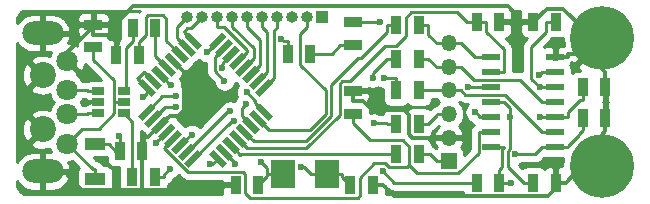
<source format=gtl>
G04 #@! TF.GenerationSoftware,KiCad,Pcbnew,(5.1.2-1)-1*
G04 #@! TF.CreationDate,2019-05-24T13:24:50+02:00*
G04 #@! TF.ProjectId,XoomFloppy,586f6f6d-466c-46f7-9070-792e6b696361,1.1*
G04 #@! TF.SameCoordinates,Original*
G04 #@! TF.FileFunction,Copper,L1,Top*
G04 #@! TF.FilePolarity,Positive*
%FSLAX46Y46*%
G04 Gerber Fmt 4.6, Leading zero omitted, Abs format (unit mm)*
G04 Created by KiCad (PCBNEW (5.1.2-1)-1) date 2019-05-24 13:24:50*
%MOMM*%
%LPD*%
G04 APERTURE LIST*
%ADD10C,1.800000*%
%ADD11C,2.200000*%
%ADD12O,3.500000X2.000000*%
%ADD13C,5.400000*%
%ADD14R,0.970000X1.500000*%
%ADD15R,1.350000X1.350000*%
%ADD16O,1.350000X1.350000*%
%ADD17R,1.500000X0.970000*%
%ADD18C,0.550000*%
%ADD19C,0.100000*%
%ADD20R,1.500000X0.600000*%
%ADD21R,1.060000X0.650000*%
%ADD22R,1.800000X1.070000*%
%ADD23R,2.000000X2.400000*%
%ADD24R,1.000000X1.000000*%
%ADD25O,1.000000X1.000000*%
%ADD26C,0.700000*%
%ADD27C,0.600000*%
%ADD28C,0.350000*%
%ADD29C,0.250000*%
%ADD30C,0.254000*%
G04 APERTURE END LIST*
D10*
X105500000Y-81500000D03*
X105500000Y-79000000D03*
X105500000Y-77000000D03*
X105500000Y-74500000D03*
D11*
X103400000Y-80300000D03*
X103400000Y-75700000D03*
D12*
X103400000Y-83850000D03*
X103400000Y-72150000D03*
D13*
X150750000Y-83400000D03*
X150800000Y-72600000D03*
D14*
X119745000Y-85000000D03*
X121655000Y-85000000D03*
X129445000Y-85000000D03*
X131355000Y-85000000D03*
X111555000Y-74000000D03*
X109645000Y-74000000D03*
X111855000Y-82100000D03*
X109945000Y-82100000D03*
X126055000Y-73900000D03*
X124145000Y-73900000D03*
D15*
X137800000Y-83000000D03*
D16*
X137800000Y-81000000D03*
X137800000Y-79000000D03*
X137800000Y-77000000D03*
X137800000Y-75000000D03*
X137800000Y-73000000D03*
D14*
X135255000Y-77000000D03*
X133345000Y-77000000D03*
X149145000Y-79300000D03*
X151055000Y-79300000D03*
X135255000Y-74300000D03*
X133345000Y-74300000D03*
X149145000Y-76700000D03*
X151055000Y-76700000D03*
X135255000Y-82400000D03*
X133345000Y-82400000D03*
X146855000Y-71200000D03*
X144945000Y-71200000D03*
X135255000Y-71500000D03*
X133345000Y-71500000D03*
X140145000Y-71200000D03*
X142055000Y-71200000D03*
X133345000Y-79800000D03*
X135255000Y-79800000D03*
X146855000Y-84800000D03*
X144945000Y-84800000D03*
D17*
X129700000Y-77045000D03*
X129700000Y-78955000D03*
X129700000Y-71245000D03*
X129700000Y-73155000D03*
D14*
X111045000Y-71700000D03*
X112955000Y-71700000D03*
X112903000Y-84300000D03*
X110993000Y-84300000D03*
X140145000Y-84800000D03*
X142055000Y-84800000D03*
D18*
X112214897Y-78825305D03*
D19*
G36*
X111843666Y-79585445D02*
G01*
X111454757Y-79196536D01*
X112586128Y-78065165D01*
X112975037Y-78454074D01*
X111843666Y-79585445D01*
X111843666Y-79585445D01*
G37*
D18*
X112780583Y-79390990D03*
D19*
G36*
X112409352Y-80151130D02*
G01*
X112020443Y-79762221D01*
X113151814Y-78630850D01*
X113540723Y-79019759D01*
X112409352Y-80151130D01*
X112409352Y-80151130D01*
G37*
D18*
X113346268Y-79956676D03*
D19*
G36*
X112975037Y-80716816D02*
G01*
X112586128Y-80327907D01*
X113717499Y-79196536D01*
X114106408Y-79585445D01*
X112975037Y-80716816D01*
X112975037Y-80716816D01*
G37*
D18*
X113911953Y-80522361D03*
D19*
G36*
X113540722Y-81282501D02*
G01*
X113151813Y-80893592D01*
X114283184Y-79762221D01*
X114672093Y-80151130D01*
X113540722Y-81282501D01*
X113540722Y-81282501D01*
G37*
D18*
X114477639Y-81088047D03*
D19*
G36*
X114106408Y-81848187D02*
G01*
X113717499Y-81459278D01*
X114848870Y-80327907D01*
X115237779Y-80716816D01*
X114106408Y-81848187D01*
X114106408Y-81848187D01*
G37*
D18*
X115043324Y-81653732D03*
D19*
G36*
X114672093Y-82413872D02*
G01*
X114283184Y-82024963D01*
X115414555Y-80893592D01*
X115803464Y-81282501D01*
X114672093Y-82413872D01*
X114672093Y-82413872D01*
G37*
D18*
X115609010Y-82219417D03*
D19*
G36*
X115237779Y-82979557D02*
G01*
X114848870Y-82590648D01*
X115980241Y-81459277D01*
X116369150Y-81848186D01*
X115237779Y-82979557D01*
X115237779Y-82979557D01*
G37*
D18*
X116174695Y-82785103D03*
D19*
G36*
X115803464Y-83545243D02*
G01*
X115414555Y-83156334D01*
X116545926Y-82024963D01*
X116934835Y-82413872D01*
X115803464Y-83545243D01*
X115803464Y-83545243D01*
G37*
D18*
X118225305Y-82785103D03*
D19*
G36*
X118985445Y-83156334D02*
G01*
X118596536Y-83545243D01*
X117465165Y-82413872D01*
X117854074Y-82024963D01*
X118985445Y-83156334D01*
X118985445Y-83156334D01*
G37*
D18*
X118790990Y-82219417D03*
D19*
G36*
X119551130Y-82590648D02*
G01*
X119162221Y-82979557D01*
X118030850Y-81848186D01*
X118419759Y-81459277D01*
X119551130Y-82590648D01*
X119551130Y-82590648D01*
G37*
D18*
X119356676Y-81653732D03*
D19*
G36*
X120116816Y-82024963D02*
G01*
X119727907Y-82413872D01*
X118596536Y-81282501D01*
X118985445Y-80893592D01*
X120116816Y-82024963D01*
X120116816Y-82024963D01*
G37*
D18*
X119922361Y-81088047D03*
D19*
G36*
X120682501Y-81459278D02*
G01*
X120293592Y-81848187D01*
X119162221Y-80716816D01*
X119551130Y-80327907D01*
X120682501Y-81459278D01*
X120682501Y-81459278D01*
G37*
D18*
X120488047Y-80522361D03*
D19*
G36*
X121248187Y-80893592D02*
G01*
X120859278Y-81282501D01*
X119727907Y-80151130D01*
X120116816Y-79762221D01*
X121248187Y-80893592D01*
X121248187Y-80893592D01*
G37*
D18*
X121053732Y-79956676D03*
D19*
G36*
X121813872Y-80327907D02*
G01*
X121424963Y-80716816D01*
X120293592Y-79585445D01*
X120682501Y-79196536D01*
X121813872Y-80327907D01*
X121813872Y-80327907D01*
G37*
D18*
X121619417Y-79390990D03*
D19*
G36*
X122379557Y-79762221D02*
G01*
X121990648Y-80151130D01*
X120859277Y-79019759D01*
X121248186Y-78630850D01*
X122379557Y-79762221D01*
X122379557Y-79762221D01*
G37*
D18*
X122185103Y-78825305D03*
D19*
G36*
X122945243Y-79196536D02*
G01*
X122556334Y-79585445D01*
X121424963Y-78454074D01*
X121813872Y-78065165D01*
X122945243Y-79196536D01*
X122945243Y-79196536D01*
G37*
D18*
X122185103Y-76774695D03*
D19*
G36*
X121813872Y-77534835D02*
G01*
X121424963Y-77145926D01*
X122556334Y-76014555D01*
X122945243Y-76403464D01*
X121813872Y-77534835D01*
X121813872Y-77534835D01*
G37*
D18*
X121619417Y-76209010D03*
D19*
G36*
X121248186Y-76969150D02*
G01*
X120859277Y-76580241D01*
X121990648Y-75448870D01*
X122379557Y-75837779D01*
X121248186Y-76969150D01*
X121248186Y-76969150D01*
G37*
D18*
X121053732Y-75643324D03*
D19*
G36*
X120682501Y-76403464D02*
G01*
X120293592Y-76014555D01*
X121424963Y-74883184D01*
X121813872Y-75272093D01*
X120682501Y-76403464D01*
X120682501Y-76403464D01*
G37*
D18*
X120488047Y-75077639D03*
D19*
G36*
X120116816Y-75837779D02*
G01*
X119727907Y-75448870D01*
X120859278Y-74317499D01*
X121248187Y-74706408D01*
X120116816Y-75837779D01*
X120116816Y-75837779D01*
G37*
D18*
X119922361Y-74511953D03*
D19*
G36*
X119551130Y-75272093D02*
G01*
X119162221Y-74883184D01*
X120293592Y-73751813D01*
X120682501Y-74140722D01*
X119551130Y-75272093D01*
X119551130Y-75272093D01*
G37*
D18*
X119356676Y-73946268D03*
D19*
G36*
X118985445Y-74706408D02*
G01*
X118596536Y-74317499D01*
X119727907Y-73186128D01*
X120116816Y-73575037D01*
X118985445Y-74706408D01*
X118985445Y-74706408D01*
G37*
D18*
X118790990Y-73380583D03*
D19*
G36*
X118419759Y-74140723D02*
G01*
X118030850Y-73751814D01*
X119162221Y-72620443D01*
X119551130Y-73009352D01*
X118419759Y-74140723D01*
X118419759Y-74140723D01*
G37*
D18*
X118225305Y-72814897D03*
D19*
G36*
X117854074Y-73575037D02*
G01*
X117465165Y-73186128D01*
X118596536Y-72054757D01*
X118985445Y-72443666D01*
X117854074Y-73575037D01*
X117854074Y-73575037D01*
G37*
D18*
X116174695Y-72814897D03*
D19*
G36*
X116934835Y-73186128D02*
G01*
X116545926Y-73575037D01*
X115414555Y-72443666D01*
X115803464Y-72054757D01*
X116934835Y-73186128D01*
X116934835Y-73186128D01*
G37*
D18*
X115609010Y-73380583D03*
D19*
G36*
X116369150Y-73751814D02*
G01*
X115980241Y-74140723D01*
X114848870Y-73009352D01*
X115237779Y-72620443D01*
X116369150Y-73751814D01*
X116369150Y-73751814D01*
G37*
D18*
X115043324Y-73946268D03*
D19*
G36*
X115803464Y-74317499D02*
G01*
X115414555Y-74706408D01*
X114283184Y-73575037D01*
X114672093Y-73186128D01*
X115803464Y-74317499D01*
X115803464Y-74317499D01*
G37*
D18*
X114477639Y-74511953D03*
D19*
G36*
X115237779Y-74883184D02*
G01*
X114848870Y-75272093D01*
X113717499Y-74140722D01*
X114106408Y-73751813D01*
X115237779Y-74883184D01*
X115237779Y-74883184D01*
G37*
D18*
X113911953Y-75077639D03*
D19*
G36*
X114672093Y-75448870D02*
G01*
X114283184Y-75837779D01*
X113151813Y-74706408D01*
X113540722Y-74317499D01*
X114672093Y-75448870D01*
X114672093Y-75448870D01*
G37*
D18*
X113346268Y-75643324D03*
D19*
G36*
X114106408Y-76014555D02*
G01*
X113717499Y-76403464D01*
X112586128Y-75272093D01*
X112975037Y-74883184D01*
X114106408Y-76014555D01*
X114106408Y-76014555D01*
G37*
D18*
X112780583Y-76209010D03*
D19*
G36*
X113540723Y-76580241D02*
G01*
X113151814Y-76969150D01*
X112020443Y-75837779D01*
X112409352Y-75448870D01*
X113540723Y-76580241D01*
X113540723Y-76580241D01*
G37*
D18*
X112214897Y-76774695D03*
D19*
G36*
X112975037Y-77145926D02*
G01*
X112586128Y-77534835D01*
X111454757Y-76403464D01*
X111843666Y-76014555D01*
X112975037Y-77145926D01*
X112975037Y-77145926D01*
G37*
D20*
X146800000Y-81810000D03*
X146800000Y-80540000D03*
X146800000Y-79270000D03*
X146800000Y-78000000D03*
X146800000Y-76730000D03*
X146800000Y-75460000D03*
X146800000Y-74190000D03*
X141400000Y-74190000D03*
X141400000Y-75460000D03*
X141400000Y-76730000D03*
X141400000Y-78000000D03*
X141400000Y-79270000D03*
X141400000Y-80540000D03*
X141400000Y-81810000D03*
D17*
X107700000Y-71445000D03*
X107700000Y-73355000D03*
D21*
X108100000Y-77050000D03*
X108100000Y-78000000D03*
X108100000Y-78950000D03*
X110300000Y-78950000D03*
X110300000Y-77050000D03*
X110300000Y-78000000D03*
D22*
X107850000Y-81495000D03*
X107850000Y-84505000D03*
D23*
X123750000Y-84100000D03*
X127450000Y-84100000D03*
D24*
X127100000Y-70800000D03*
D25*
X125830000Y-70800000D03*
X124560000Y-70800000D03*
X123290000Y-70800000D03*
X122020000Y-70800000D03*
X120750000Y-70800000D03*
X119480000Y-70800000D03*
X118210000Y-70800000D03*
X116940000Y-70800000D03*
X115670000Y-70800000D03*
D26*
X106985000Y-78000000D03*
D27*
X116200000Y-76700000D03*
X117300000Y-84900000D03*
X121904900Y-83028200D03*
X114681700Y-77485800D03*
X125288500Y-83481400D03*
X114663000Y-78414100D03*
X120602900Y-78122400D03*
X120694400Y-77137000D03*
X145441800Y-75719200D03*
X139424000Y-76730000D03*
X116053000Y-80765900D03*
X143414700Y-82415200D03*
X117576900Y-83256300D03*
X145502900Y-79270000D03*
X145492400Y-76730000D03*
X119705600Y-83238600D03*
X118633400Y-75084500D03*
X142950800Y-79270000D03*
X132273700Y-75924700D03*
X119280200Y-78750800D03*
X131337000Y-75926400D03*
X119623100Y-79547300D03*
X131470200Y-79792100D03*
X118803300Y-76160000D03*
X143056200Y-84800000D03*
X123625100Y-72648600D03*
X113023400Y-81488100D03*
X111869600Y-77530000D03*
X109863200Y-80827800D03*
X114174300Y-83624600D03*
X114278400Y-76556600D03*
X131986600Y-71163400D03*
X140052800Y-78842300D03*
X132193700Y-83831900D03*
X117287900Y-73752300D03*
D28*
X144084700Y-71200000D02*
X142915300Y-71200000D01*
X144945000Y-71200000D02*
X144084700Y-71200000D01*
X144084700Y-71200000D02*
X142770100Y-69885400D01*
X142770100Y-69885400D02*
X111085800Y-69885400D01*
X111085800Y-69885400D02*
X109075600Y-71895600D01*
X109075600Y-71895600D02*
X109075600Y-72305300D01*
X109075600Y-72305300D02*
X109645000Y-72874700D01*
X107700000Y-72305300D02*
X109075600Y-72305300D01*
X150153800Y-72725600D02*
X147502800Y-70074600D01*
X147502800Y-70074600D02*
X146070400Y-70074600D01*
X146070400Y-70074600D02*
X144945000Y-71200000D01*
X142055000Y-71200000D02*
X142915300Y-71200000D01*
X111855000Y-85300300D02*
X111855000Y-82100000D01*
X105525300Y-83850000D02*
X105525300Y-84234700D01*
X105525300Y-84234700D02*
X106716000Y-85425400D01*
X106716000Y-85425400D02*
X111729900Y-85425400D01*
X111729900Y-85425400D02*
X111855000Y-85300300D01*
X111855000Y-85300300D02*
X111980100Y-85425400D01*
X111980100Y-85425400D02*
X118459300Y-85425400D01*
X118459300Y-85425400D02*
X118884700Y-85000000D01*
X119745000Y-85000000D02*
X118884700Y-85000000D01*
X103400000Y-83850000D02*
X105525300Y-83850000D01*
X106317000Y-72941600D02*
X105500000Y-73758600D01*
X105500000Y-73758600D02*
X105500000Y-74500000D01*
X107700000Y-71875100D02*
X107383500Y-71875100D01*
X107383500Y-71875100D02*
X106317000Y-72941600D01*
X106317000Y-72941600D02*
X105525300Y-72150000D01*
X103400000Y-72150000D02*
X105525300Y-72150000D01*
X107700000Y-71875100D02*
X107700000Y-72305300D01*
X107700000Y-71445000D02*
X107700000Y-71875100D01*
X131355000Y-85000000D02*
X132215300Y-85000000D01*
X147285200Y-84800000D02*
X146159800Y-85925400D01*
X146159800Y-85925400D02*
X133140700Y-85925400D01*
X133140700Y-85925400D02*
X132215300Y-85000000D01*
X147285200Y-84800000D02*
X147715300Y-84800000D01*
X146855000Y-84800000D02*
X147285200Y-84800000D01*
X150750000Y-83400000D02*
X149115300Y-83400000D01*
X149115300Y-83400000D02*
X147715300Y-84800000D01*
X150750000Y-83400000D02*
X150750000Y-80730300D01*
X150750000Y-80730300D02*
X151055000Y-80425300D01*
X111855000Y-82100000D02*
X111855000Y-80974700D01*
X111855000Y-80974700D02*
X112328300Y-80974700D01*
X112328300Y-80974700D02*
X113346300Y-79956700D01*
X129700000Y-77045000D02*
X129700000Y-77905300D01*
X137800000Y-81000000D02*
X134687500Y-81000000D01*
X134687500Y-81000000D02*
X134394600Y-80707100D01*
X134394600Y-80707100D02*
X134394600Y-79079700D01*
X134394600Y-79079700D02*
X133989500Y-78674600D01*
X133989500Y-78674600D02*
X131329600Y-78674600D01*
X131329600Y-78674600D02*
X130560300Y-77905300D01*
X130560300Y-77905300D02*
X129700000Y-77905300D01*
X114177400Y-79125600D02*
X114913800Y-79125600D01*
X114913800Y-79125600D02*
X115393400Y-78646000D01*
X115393400Y-78646000D02*
X115393400Y-75427800D01*
X115393400Y-75427800D02*
X115308700Y-75343100D01*
X109645000Y-74000000D02*
X109645000Y-72874700D01*
X107194700Y-78000000D02*
X106985000Y-78000000D01*
X108100000Y-78000000D02*
X107194700Y-78000000D01*
X114477600Y-74512000D02*
X115308700Y-75343100D01*
X113346300Y-79956700D02*
X114177400Y-79125600D01*
X151055000Y-79300000D02*
X151055000Y-80425300D01*
X149507600Y-73892400D02*
X150153800Y-73246200D01*
X150153800Y-73246200D02*
X150153800Y-72725600D01*
X150800000Y-72600000D02*
X150674400Y-72725600D01*
X150674400Y-72725600D02*
X150153800Y-72725600D01*
X149507600Y-73892400D02*
X147925300Y-73892400D01*
X147925300Y-73892400D02*
X147925300Y-74190000D01*
X146800000Y-74190000D02*
X147925300Y-74190000D01*
X149507600Y-73892400D02*
X151055000Y-75439800D01*
X151055000Y-75439800D02*
X151055000Y-76700000D01*
X151055000Y-76700000D02*
X151055000Y-79300000D01*
D29*
X112214900Y-78825300D02*
X113554400Y-77485800D01*
X113554400Y-77485800D02*
X114681700Y-77485800D01*
X121904900Y-83028200D02*
X122424700Y-83548000D01*
X122424700Y-83548000D02*
X122424700Y-84100000D01*
X123750000Y-84100000D02*
X122424700Y-84100000D01*
X122424700Y-84100000D02*
X122424700Y-84230300D01*
X122424700Y-84230300D02*
X121655000Y-85000000D01*
X126124700Y-84100000D02*
X125506100Y-83481400D01*
X125506100Y-83481400D02*
X125288500Y-83481400D01*
X112780600Y-79391000D02*
X113757500Y-78414100D01*
X113757500Y-78414100D02*
X114663000Y-78414100D01*
X127450000Y-84100000D02*
X126124700Y-84100000D01*
X127450000Y-84100000D02*
X127737000Y-84100000D01*
X128112700Y-84100000D02*
X128775300Y-84100000D01*
X128112700Y-84100000D02*
X127737000Y-84100000D01*
X128775300Y-84100000D02*
X128775300Y-84330300D01*
X128775300Y-84330300D02*
X129445000Y-85000000D01*
X129700000Y-73155000D02*
X128624700Y-73155000D01*
X126055000Y-73900000D02*
X127879700Y-73900000D01*
X127879700Y-73900000D02*
X128624700Y-73155000D01*
X120258000Y-79161000D02*
X120258000Y-78467300D01*
X120258000Y-78467300D02*
X120602900Y-78122400D01*
X121053700Y-79956700D02*
X120258000Y-79161000D01*
X125830000Y-70800000D02*
X125830000Y-71625300D01*
X125830000Y-71625300D02*
X125208900Y-72246400D01*
X125208900Y-72246400D02*
X125208900Y-74806600D01*
X125208900Y-74806600D02*
X127388500Y-76986200D01*
X127388500Y-76986200D02*
X127388500Y-78957000D01*
X127388500Y-78957000D02*
X126014000Y-80331500D01*
X126014000Y-80331500D02*
X122559900Y-80331500D01*
X122559900Y-80331500D02*
X121619400Y-79391000D01*
X121389500Y-78029600D02*
X121389500Y-77853300D01*
X121389500Y-77853300D02*
X120777700Y-77241500D01*
X120777700Y-77241500D02*
X120777700Y-77220300D01*
X120777700Y-77220300D02*
X120694400Y-77137000D01*
X122185100Y-78825300D02*
X121389500Y-78029600D01*
X122185100Y-76774700D02*
X122980800Y-75979000D01*
X123290000Y-70800000D02*
X123290000Y-71625300D01*
X123290000Y-71625300D02*
X122980700Y-71934600D01*
X122980700Y-71934600D02*
X122980700Y-75979000D01*
X122980700Y-75979000D02*
X122980800Y-75979000D01*
X121619400Y-76209000D02*
X122415200Y-75413200D01*
X122020000Y-70800000D02*
X122020000Y-71625300D01*
X122020000Y-71625300D02*
X122415200Y-72020500D01*
X122415200Y-72020500D02*
X122415200Y-75413200D01*
X121053700Y-75643300D02*
X121849400Y-74847600D01*
X120750000Y-70800000D02*
X120750000Y-71625300D01*
X120750000Y-71625300D02*
X121849400Y-72724700D01*
X121849400Y-72724700D02*
X121849400Y-74847600D01*
X120488000Y-75077600D02*
X121283700Y-74281900D01*
X119480000Y-70800000D02*
X119480000Y-71625300D01*
X119480000Y-71625300D02*
X121283700Y-73429000D01*
X121283700Y-73429000D02*
X121283700Y-74281900D01*
X119922400Y-74512000D02*
X120718100Y-73716300D01*
X118210000Y-70800000D02*
X118210000Y-71625300D01*
X118210000Y-71625300D02*
X118735300Y-71625300D01*
X118735300Y-71625300D02*
X120718100Y-73608100D01*
X120718100Y-73608100D02*
X120718100Y-73716300D01*
X140324700Y-74190000D02*
X139990300Y-74190000D01*
X139990300Y-74190000D02*
X138800300Y-73000000D01*
X137800000Y-73000000D02*
X138800300Y-73000000D01*
X136065300Y-71500000D02*
X136065300Y-72265600D01*
X136065300Y-72265600D02*
X136799700Y-73000000D01*
X137800000Y-73000000D02*
X136799700Y-73000000D01*
X135255000Y-71500000D02*
X136065300Y-71500000D01*
X141400000Y-74190000D02*
X140324700Y-74190000D01*
X137800000Y-77000000D02*
X138800300Y-77000000D01*
X146800000Y-80540000D02*
X145724700Y-80540000D01*
X145724700Y-80540000D02*
X142559400Y-77374700D01*
X142559400Y-77374700D02*
X139175000Y-77374700D01*
X139175000Y-77374700D02*
X138800300Y-77000000D01*
X135255000Y-77000000D02*
X137800000Y-77000000D01*
X145724700Y-75460000D02*
X145465500Y-75719200D01*
X145465500Y-75719200D02*
X145441800Y-75719200D01*
X146800000Y-75460000D02*
X145724700Y-75460000D01*
X137800000Y-83000000D02*
X136799700Y-83000000D01*
X135255000Y-82400000D02*
X136199700Y-82400000D01*
X136199700Y-82400000D02*
X136799700Y-83000000D01*
X137800000Y-79000000D02*
X136799700Y-79000000D01*
X135255000Y-79800000D02*
X136065300Y-79800000D01*
X136799700Y-79000000D02*
X136799700Y-79065600D01*
X136799700Y-79065600D02*
X136065300Y-79800000D01*
X140324700Y-76730000D02*
X139424000Y-76730000D01*
X141400000Y-76730000D02*
X140324700Y-76730000D01*
X146800000Y-78000000D02*
X145724700Y-78000000D01*
X145724700Y-78000000D02*
X143829400Y-76104700D01*
X143829400Y-76104700D02*
X139905000Y-76104700D01*
X139905000Y-76104700D02*
X138800300Y-75000000D01*
X137800000Y-75000000D02*
X138800300Y-75000000D01*
X137800000Y-75000000D02*
X136765300Y-75000000D01*
X136765300Y-75000000D02*
X136065300Y-74300000D01*
X135255000Y-74300000D02*
X136065300Y-74300000D01*
X134444600Y-83310400D02*
X134279600Y-83475400D01*
X134279600Y-83475400D02*
X132721600Y-83475400D01*
X132721600Y-83475400D02*
X132430200Y-83184000D01*
X132430200Y-83184000D02*
X131467100Y-83184000D01*
X131467100Y-83184000D02*
X130255400Y-84395700D01*
X130255400Y-84395700D02*
X130255400Y-85892900D01*
X130255400Y-85892900D02*
X130072900Y-86075400D01*
X130072900Y-86075400D02*
X120976500Y-86075400D01*
X120976500Y-86075400D02*
X120555400Y-85654300D01*
X120555400Y-85654300D02*
X120555400Y-84059200D01*
X120555400Y-84059200D02*
X120390400Y-83894200D01*
X120390400Y-83894200D02*
X115682900Y-83894200D01*
X115682900Y-83894200D02*
X113681900Y-81893200D01*
X113681900Y-81893200D02*
X113681900Y-81883700D01*
X114477600Y-81088000D02*
X113681900Y-81883700D01*
X134444600Y-83310400D02*
X134444600Y-81759600D01*
X134444600Y-81759600D02*
X133894200Y-81209200D01*
X133894200Y-81209200D02*
X131143900Y-81209200D01*
X131143900Y-81209200D02*
X129700000Y-79765300D01*
X140324700Y-80540000D02*
X140324700Y-82292700D01*
X140324700Y-82292700D02*
X138613000Y-84004400D01*
X138613000Y-84004400D02*
X135138600Y-84004400D01*
X135138600Y-84004400D02*
X134444600Y-83310400D01*
X129700000Y-78955000D02*
X129700000Y-79765300D01*
X141400000Y-80540000D02*
X140324700Y-80540000D01*
X145724700Y-81810000D02*
X145119500Y-82415200D01*
X145119500Y-82415200D02*
X143414700Y-82415200D01*
X146800000Y-81810000D02*
X145724700Y-81810000D01*
X147337700Y-81810000D02*
X146800000Y-81810000D01*
X115043300Y-81653700D02*
X115931100Y-80765900D01*
X115931100Y-80765900D02*
X116053000Y-80765900D01*
X149145000Y-80375300D02*
X148795200Y-80725100D01*
X148795200Y-80725100D02*
X148795200Y-80762500D01*
X148795200Y-80762500D02*
X147875300Y-81682400D01*
X147875300Y-81682400D02*
X147875300Y-81810000D01*
X147337700Y-81810000D02*
X147875300Y-81810000D01*
X149145000Y-79300000D02*
X149145000Y-80375300D01*
X146800000Y-79270000D02*
X145502900Y-79270000D01*
X146800000Y-79270000D02*
X147875300Y-79270000D01*
X149145000Y-77775300D02*
X148944900Y-77775300D01*
X148944900Y-77775300D02*
X147875300Y-78844900D01*
X147875300Y-78844900D02*
X147875300Y-79270000D01*
X149145000Y-76700000D02*
X149145000Y-77775300D01*
X118225300Y-82785100D02*
X117754100Y-83256300D01*
X117754100Y-83256300D02*
X117576900Y-83256300D01*
X145492400Y-76730000D02*
X144762700Y-76000300D01*
X144762700Y-76000300D02*
X144762700Y-73292300D01*
X144762700Y-73292300D02*
X146044700Y-72010300D01*
X146044700Y-72010300D02*
X146044700Y-71200000D01*
X146800000Y-76730000D02*
X145492400Y-76730000D01*
X118791000Y-82219400D02*
X119705600Y-83134000D01*
X119705600Y-83134000D02*
X119705600Y-83238600D01*
X146855000Y-71200000D02*
X146044700Y-71200000D01*
X140145000Y-71200000D02*
X140955300Y-71200000D01*
X141400000Y-75460000D02*
X142475300Y-75460000D01*
X142475300Y-75460000D02*
X142475300Y-73530300D01*
X142475300Y-73530300D02*
X140955300Y-72010300D01*
X140955300Y-72010300D02*
X140955300Y-71200000D01*
X120718100Y-81883700D02*
X125735600Y-81883700D01*
X125735600Y-81883700D02*
X128556300Y-79063000D01*
X128556300Y-79063000D02*
X128556300Y-76431500D01*
X128556300Y-76431500D02*
X128776200Y-76211600D01*
X128776200Y-76211600D02*
X129413000Y-76211600D01*
X129413000Y-76211600D02*
X132400000Y-73224600D01*
X132400000Y-73224600D02*
X133333100Y-73224600D01*
X133333100Y-73224600D02*
X134155400Y-72402300D01*
X134155400Y-72402300D02*
X134155400Y-70868500D01*
X134155400Y-70868500D02*
X134634200Y-70389700D01*
X134634200Y-70389700D02*
X138524400Y-70389700D01*
X138524400Y-70389700D02*
X139334700Y-71200000D01*
X140145000Y-71200000D02*
X139334700Y-71200000D01*
X119922400Y-81088000D02*
X120718100Y-81883700D01*
X118633400Y-75084500D02*
X118633400Y-74814400D01*
X118633400Y-74814400D02*
X118561000Y-74742000D01*
X119356700Y-73946300D02*
X118561000Y-74742000D01*
X142950800Y-79270000D02*
X142950800Y-81994800D01*
X142950800Y-81994800D02*
X142789400Y-82156200D01*
X142789400Y-82156200D02*
X142789400Y-83454700D01*
X142789400Y-83454700D02*
X144134700Y-84800000D01*
X142475300Y-78000000D02*
X142950800Y-78475500D01*
X142950800Y-78475500D02*
X142950800Y-79270000D01*
X144945000Y-84800000D02*
X144134700Y-84800000D01*
X141400000Y-78000000D02*
X142475300Y-78000000D01*
X116404700Y-81423700D02*
X116404700Y-81423800D01*
X116404700Y-81423800D02*
X116431400Y-81423800D01*
X116431400Y-81423800D02*
X119104400Y-78750800D01*
X119104400Y-78750800D02*
X119280200Y-78750800D01*
X133345000Y-75924700D02*
X132273700Y-75924700D01*
X115609000Y-82219400D02*
X116404700Y-81423700D01*
X133345000Y-77000000D02*
X133345000Y-75924700D01*
X132534700Y-74300000D02*
X131337100Y-75497600D01*
X131337100Y-75497600D02*
X131337100Y-75926400D01*
X131337100Y-75926400D02*
X131337000Y-75926400D01*
X116174700Y-82785100D02*
X119412500Y-79547300D01*
X119412500Y-79547300D02*
X119623100Y-79547300D01*
X133345000Y-74300000D02*
X132534700Y-74300000D01*
X120152400Y-82449400D02*
X120201800Y-82400000D01*
X120201800Y-82400000D02*
X132534700Y-82400000D01*
X119356700Y-81653700D02*
X120152400Y-82449400D01*
X133345000Y-82400000D02*
X132534700Y-82400000D01*
X117995400Y-74176200D02*
X118008100Y-74189000D01*
X118008100Y-74189000D02*
X118008100Y-75364800D01*
X118008100Y-75364800D02*
X118803300Y-76160000D01*
X118791000Y-73380600D02*
X117995400Y-74176200D01*
X133345000Y-79800000D02*
X132534700Y-79800000D01*
X131470200Y-79792100D02*
X132526800Y-79792100D01*
X132526800Y-79792100D02*
X132534700Y-79800000D01*
X142475300Y-81810000D02*
X142475300Y-81833400D01*
X142475300Y-81833400D02*
X142339100Y-81969600D01*
X142339100Y-81969600D02*
X142339100Y-83440600D01*
X142339100Y-83440600D02*
X142055000Y-83724700D01*
X142865300Y-84800000D02*
X143056200Y-84800000D01*
X142055000Y-84800000D02*
X142865300Y-84800000D01*
X124145000Y-72824700D02*
X123801200Y-72824700D01*
X123801200Y-72824700D02*
X123625100Y-72648600D01*
X124145000Y-73900000D02*
X124145000Y-72824700D01*
X142055000Y-84800000D02*
X142055000Y-83724700D01*
X113116300Y-81318100D02*
X113116300Y-81395200D01*
X113116300Y-81395200D02*
X113023400Y-81488100D01*
X113912000Y-80522400D02*
X113116300Y-81318100D01*
X112780600Y-76209000D02*
X111984800Y-75413200D01*
X112214900Y-76774700D02*
X111419300Y-75979000D01*
X111419300Y-75979000D02*
X111560300Y-75838000D01*
X111560300Y-75838000D02*
X111560300Y-75837700D01*
X111560300Y-75837700D02*
X111984800Y-75413200D01*
X111869600Y-77530000D02*
X112214900Y-77184700D01*
X112214900Y-77184700D02*
X112214900Y-76774700D01*
X141400000Y-81810000D02*
X142475300Y-81810000D01*
X109863200Y-80827800D02*
X109863200Y-80942900D01*
X109863200Y-80942900D02*
X109945000Y-81024700D01*
X109945000Y-82100000D02*
X109945000Y-81024700D01*
X107850000Y-81495000D02*
X109075300Y-81495000D01*
X109075300Y-81495000D02*
X109075300Y-81635400D01*
X109075300Y-81635400D02*
X109539900Y-82100000D01*
X109945000Y-82100000D02*
X109539900Y-82100000D01*
X111555000Y-74000000D02*
X111555000Y-72924700D01*
X115043300Y-73946300D02*
X113894100Y-72797100D01*
X113894100Y-72797100D02*
X113894100Y-70910400D01*
X113894100Y-70910400D02*
X113608300Y-70624600D01*
X113608300Y-70624600D02*
X112327500Y-70624600D01*
X112327500Y-70624600D02*
X112144600Y-70807500D01*
X112144600Y-70807500D02*
X112144600Y-72335100D01*
X112144600Y-72335100D02*
X111555000Y-72924700D01*
X112955000Y-72775300D02*
X112955000Y-74120600D01*
X112955000Y-74120600D02*
X113912000Y-75077600D01*
X112955000Y-71700000D02*
X112955000Y-72775300D01*
X113346300Y-75643300D02*
X114142000Y-76439000D01*
X114142000Y-76439000D02*
X114160800Y-76439000D01*
X114160800Y-76439000D02*
X114278400Y-76556600D01*
X112903000Y-84300000D02*
X113713300Y-84300000D01*
X114174300Y-83624600D02*
X113713300Y-84085600D01*
X113713300Y-84085600D02*
X113713300Y-84300000D01*
X141400000Y-79270000D02*
X140324700Y-79270000D01*
X140324700Y-79270000D02*
X140324700Y-79114200D01*
X140324700Y-79114200D02*
X140052800Y-78842300D01*
X130775300Y-71245000D02*
X130856900Y-71163400D01*
X130856900Y-71163400D02*
X131986600Y-71163400D01*
X129700000Y-71245000D02*
X130775300Y-71245000D01*
X107850000Y-84505000D02*
X107850000Y-83644700D01*
X107850000Y-83644700D02*
X107644700Y-83644700D01*
X107644700Y-83644700D02*
X105500000Y-81500000D01*
X109444700Y-78000000D02*
X109444700Y-76126000D01*
X109444700Y-76126000D02*
X107700000Y-74381300D01*
X107700000Y-74381300D02*
X107700000Y-73355000D01*
X110300000Y-78000000D02*
X109444700Y-78000000D01*
X109444700Y-78000000D02*
X109444700Y-78935500D01*
X109444700Y-78935500D02*
X108154800Y-80225400D01*
X108154800Y-80225400D02*
X106774600Y-80225400D01*
X106774600Y-80225400D02*
X105500000Y-81500000D01*
X110300000Y-78950000D02*
X110993000Y-79643000D01*
X110993000Y-79643000D02*
X110993000Y-83224700D01*
X110993000Y-84300000D02*
X110993000Y-83224700D01*
X111045000Y-71700000D02*
X111045000Y-72775300D01*
X110300000Y-77050000D02*
X110455400Y-76894600D01*
X110455400Y-76894600D02*
X110455400Y-73364900D01*
X110455400Y-73364900D02*
X111045000Y-72775300D01*
X133345000Y-71500000D02*
X132534700Y-71500000D01*
X120488000Y-80522400D02*
X121283700Y-81318100D01*
X121283700Y-81318100D02*
X125664300Y-81318100D01*
X125664300Y-81318100D02*
X127843600Y-79138800D01*
X127843600Y-79138800D02*
X127843600Y-76507100D01*
X127843600Y-76507100D02*
X130138400Y-74212300D01*
X130138400Y-74212300D02*
X130385500Y-74212300D01*
X130385500Y-74212300D02*
X132534700Y-72063100D01*
X132534700Y-72063100D02*
X132534700Y-71500000D01*
X116174700Y-72814900D02*
X115379100Y-72019200D01*
X116940000Y-70800000D02*
X116010500Y-71729500D01*
X116010500Y-71729500D02*
X115668800Y-71729500D01*
X115668800Y-71729500D02*
X115379100Y-72019200D01*
X115609000Y-73380600D02*
X114813200Y-72584800D01*
X115670000Y-70800000D02*
X114813200Y-71656800D01*
X114813200Y-71656800D02*
X114813200Y-72584800D01*
X132193700Y-83831900D02*
X133161800Y-84800000D01*
X133161800Y-84800000D02*
X140145000Y-84800000D01*
X118225300Y-72814900D02*
X117287900Y-73752300D01*
X108100000Y-77050000D02*
X107244700Y-77050000D01*
X107244700Y-77050000D02*
X107194700Y-77000000D01*
X107194700Y-77000000D02*
X105500000Y-77000000D01*
X108100000Y-78950000D02*
X107244700Y-78950000D01*
X107244700Y-78950000D02*
X107194700Y-79000000D01*
X107194700Y-79000000D02*
X105500000Y-79000000D01*
D30*
G36*
X132598001Y-85311003D02*
G01*
X132621799Y-85340001D01*
X132650797Y-85363799D01*
X132737523Y-85434974D01*
X132858958Y-85499883D01*
X132869553Y-85505546D01*
X133012814Y-85549003D01*
X133124467Y-85560000D01*
X133124476Y-85560000D01*
X133161799Y-85563676D01*
X133199122Y-85560000D01*
X139022913Y-85560000D01*
X139034188Y-85674482D01*
X139061646Y-85765000D01*
X132476595Y-85765000D01*
X132478072Y-85750000D01*
X132475000Y-85285750D01*
X132316252Y-85127002D01*
X132414000Y-85127002D01*
X132598001Y-85311003D01*
X132598001Y-85311003D01*
G37*
X132598001Y-85311003D02*
X132621799Y-85340001D01*
X132650797Y-85363799D01*
X132737523Y-85434974D01*
X132858958Y-85499883D01*
X132869553Y-85505546D01*
X133012814Y-85549003D01*
X133124467Y-85560000D01*
X133124476Y-85560000D01*
X133161799Y-85563676D01*
X133199122Y-85560000D01*
X139022913Y-85560000D01*
X139034188Y-85674482D01*
X139061646Y-85765000D01*
X132476595Y-85765000D01*
X132478072Y-85750000D01*
X132475000Y-85285750D01*
X132316252Y-85127002D01*
X132414000Y-85127002D01*
X132598001Y-85311003D01*
G36*
X111633603Y-70243696D02*
G01*
X111604599Y-70267499D01*
X111565285Y-70315403D01*
X111530000Y-70311928D01*
X110560000Y-70311928D01*
X110435518Y-70324188D01*
X110315820Y-70360498D01*
X110205506Y-70419463D01*
X110108815Y-70498815D01*
X110029463Y-70595506D01*
X109970498Y-70705820D01*
X109934188Y-70825518D01*
X109921928Y-70950000D01*
X109921928Y-72450000D01*
X109934188Y-72574482D01*
X109946406Y-72614759D01*
X109930750Y-72615000D01*
X109772000Y-72773750D01*
X109772000Y-73031222D01*
X109749854Y-73072654D01*
X109728420Y-73143315D01*
X109706398Y-73215914D01*
X109697543Y-73305820D01*
X109691724Y-73364900D01*
X109695401Y-73402232D01*
X109695401Y-74147000D01*
X109518000Y-74147000D01*
X109518000Y-74127000D01*
X109498000Y-74127000D01*
X109498000Y-73873000D01*
X109518000Y-73873000D01*
X109518000Y-72773750D01*
X109359250Y-72615000D01*
X109160000Y-72611928D01*
X109038474Y-72623897D01*
X108980537Y-72515506D01*
X108901185Y-72418815D01*
X108878259Y-72400000D01*
X108901185Y-72381185D01*
X108980537Y-72284494D01*
X109039502Y-72174180D01*
X109075812Y-72054482D01*
X109088072Y-71930000D01*
X109085000Y-71730750D01*
X108926250Y-71572000D01*
X107827000Y-71572000D01*
X107827000Y-71592000D01*
X107573000Y-71592000D01*
X107573000Y-71572000D01*
X106473750Y-71572000D01*
X106315000Y-71730750D01*
X106311928Y-71930000D01*
X106324188Y-72054482D01*
X106360498Y-72174180D01*
X106419463Y-72284494D01*
X106498815Y-72381185D01*
X106521741Y-72400000D01*
X106498815Y-72418815D01*
X106419463Y-72515506D01*
X106360498Y-72625820D01*
X106324188Y-72745518D01*
X106311928Y-72870000D01*
X106311928Y-73215564D01*
X106300792Y-73181739D01*
X106028225Y-73050842D01*
X105735358Y-72975635D01*
X105570379Y-72966550D01*
X105580010Y-72952761D01*
X105709144Y-72658355D01*
X105740124Y-72530434D01*
X105620777Y-72277000D01*
X103527000Y-72277000D01*
X103527000Y-73785000D01*
X104140538Y-73785000D01*
X104050842Y-73971775D01*
X104024665Y-74073712D01*
X104012616Y-74067784D01*
X103682415Y-73979631D01*
X103341361Y-73957591D01*
X103002561Y-74002511D01*
X102679034Y-74112664D01*
X102480726Y-74218662D01*
X102372893Y-74493288D01*
X103400000Y-75520395D01*
X103414143Y-75506253D01*
X103593748Y-75685858D01*
X103579605Y-75700000D01*
X103593748Y-75714143D01*
X103414143Y-75893748D01*
X103400000Y-75879605D01*
X102372893Y-76906712D01*
X102480726Y-77181338D01*
X102787384Y-77332216D01*
X103117585Y-77420369D01*
X103458639Y-77442409D01*
X103797439Y-77397489D01*
X104000257Y-77328434D01*
X104023989Y-77447743D01*
X104139701Y-77727095D01*
X104307688Y-77978505D01*
X104329183Y-78000000D01*
X104307688Y-78021495D01*
X104139701Y-78272905D01*
X104023989Y-78552257D01*
X104001595Y-78664842D01*
X103682415Y-78579631D01*
X103341361Y-78557591D01*
X103002561Y-78602511D01*
X102679034Y-78712664D01*
X102480726Y-78818662D01*
X102372893Y-79093288D01*
X103400000Y-80120395D01*
X103414143Y-80106253D01*
X103593748Y-80285858D01*
X103579605Y-80300000D01*
X103593748Y-80314143D01*
X103414143Y-80493748D01*
X103400000Y-80479605D01*
X102372893Y-81506712D01*
X102480726Y-81781338D01*
X102787384Y-81932216D01*
X103117585Y-82020369D01*
X103458639Y-82042409D01*
X103797439Y-81997489D01*
X104018887Y-81922092D01*
X104023989Y-81947743D01*
X104134691Y-82215000D01*
X103527000Y-82215000D01*
X103527000Y-83723000D01*
X105620777Y-83723000D01*
X105740124Y-83469566D01*
X105709144Y-83341645D01*
X105580010Y-83047239D01*
X105571461Y-83035000D01*
X105651184Y-83035000D01*
X105908930Y-82983731D01*
X106474113Y-83548915D01*
X106419463Y-83615506D01*
X106360498Y-83725820D01*
X106324188Y-83845518D01*
X106311928Y-83970000D01*
X106311928Y-85040000D01*
X106324188Y-85164482D01*
X106360498Y-85284180D01*
X106419463Y-85394494D01*
X106498815Y-85491185D01*
X106595506Y-85570537D01*
X106705820Y-85629502D01*
X106825518Y-85665812D01*
X106950000Y-85678072D01*
X108750000Y-85678072D01*
X108874482Y-85665812D01*
X108994180Y-85629502D01*
X109104494Y-85570537D01*
X109201185Y-85491185D01*
X109280537Y-85394494D01*
X109339502Y-85284180D01*
X109375812Y-85164482D01*
X109388072Y-85040000D01*
X109388072Y-83970000D01*
X109375812Y-83845518D01*
X109339502Y-83725820D01*
X109280537Y-83615506D01*
X109201185Y-83518815D01*
X109104494Y-83439463D01*
X108994180Y-83380498D01*
X108874482Y-83344188D01*
X108750000Y-83331928D01*
X108544575Y-83331928D01*
X108484974Y-83220424D01*
X108390001Y-83104699D01*
X108274276Y-83009726D01*
X108142247Y-82939154D01*
X107998986Y-82895697D01*
X107967387Y-82892585D01*
X107742874Y-82668072D01*
X108750000Y-82668072D01*
X108821928Y-82660988D01*
X108821928Y-82850000D01*
X108834188Y-82974482D01*
X108870498Y-83094180D01*
X108929463Y-83204494D01*
X109008815Y-83301185D01*
X109105506Y-83380537D01*
X109215820Y-83439502D01*
X109335518Y-83475812D01*
X109460000Y-83488072D01*
X109876027Y-83488072D01*
X109869928Y-83550000D01*
X109869928Y-85050000D01*
X109882188Y-85174482D01*
X109918498Y-85294180D01*
X109977463Y-85404494D01*
X110056815Y-85501185D01*
X110153506Y-85580537D01*
X110263820Y-85639502D01*
X110383518Y-85675812D01*
X110508000Y-85688072D01*
X111478000Y-85688072D01*
X111602482Y-85675812D01*
X111722180Y-85639502D01*
X111832494Y-85580537D01*
X111929185Y-85501185D01*
X111948000Y-85478259D01*
X111966815Y-85501185D01*
X112063506Y-85580537D01*
X112173820Y-85639502D01*
X112293518Y-85675812D01*
X112418000Y-85688072D01*
X113388000Y-85688072D01*
X113512482Y-85675812D01*
X113632180Y-85639502D01*
X113742494Y-85580537D01*
X113839185Y-85501185D01*
X113918537Y-85404494D01*
X113977502Y-85294180D01*
X114013812Y-85174482D01*
X114026072Y-85050000D01*
X114026072Y-84994575D01*
X114137576Y-84934974D01*
X114253301Y-84840001D01*
X114348274Y-84724276D01*
X114380600Y-84663799D01*
X114418846Y-84592247D01*
X114439175Y-84525230D01*
X114447029Y-84523668D01*
X114617189Y-84453186D01*
X114770328Y-84350862D01*
X114900562Y-84220628D01*
X114914166Y-84200268D01*
X115119100Y-84405202D01*
X115142899Y-84434201D01*
X115258624Y-84529174D01*
X115390653Y-84599746D01*
X115533914Y-84643203D01*
X115645567Y-84654200D01*
X115645576Y-84654200D01*
X115682899Y-84657876D01*
X115720222Y-84654200D01*
X118624603Y-84654200D01*
X118625000Y-84714250D01*
X118783750Y-84873000D01*
X119618000Y-84873000D01*
X119618000Y-84853000D01*
X119795401Y-84853000D01*
X119795400Y-85147000D01*
X119618000Y-85147000D01*
X119618000Y-85127000D01*
X118783750Y-85127000D01*
X118625000Y-85285750D01*
X118621928Y-85750000D01*
X118623405Y-85765000D01*
X102035945Y-85765000D01*
X101852098Y-85746974D01*
X101709822Y-85704018D01*
X101578608Y-85634250D01*
X101463439Y-85540321D01*
X101368708Y-85425810D01*
X101298025Y-85295085D01*
X101254078Y-85153116D01*
X101235000Y-84971599D01*
X101235000Y-84674251D01*
X101404078Y-84916317D01*
X101636046Y-85138895D01*
X101906980Y-85311942D01*
X102206468Y-85428807D01*
X102523000Y-85485000D01*
X103273000Y-85485000D01*
X103273000Y-83977000D01*
X103527000Y-83977000D01*
X103527000Y-85485000D01*
X104277000Y-85485000D01*
X104593532Y-85428807D01*
X104893020Y-85311942D01*
X105163954Y-85138895D01*
X105395922Y-84916317D01*
X105580010Y-84652761D01*
X105709144Y-84358355D01*
X105740124Y-84230434D01*
X105620777Y-83977000D01*
X103527000Y-83977000D01*
X103273000Y-83977000D01*
X103253000Y-83977000D01*
X103253000Y-83723000D01*
X103273000Y-83723000D01*
X103273000Y-82215000D01*
X102523000Y-82215000D01*
X102206468Y-82271193D01*
X101906980Y-82388058D01*
X101636046Y-82561105D01*
X101404078Y-82783683D01*
X101235000Y-83025749D01*
X101235000Y-80358639D01*
X101657591Y-80358639D01*
X101702511Y-80697439D01*
X101812664Y-81020966D01*
X101918662Y-81219274D01*
X102193288Y-81327107D01*
X103220395Y-80300000D01*
X102193288Y-79272893D01*
X101918662Y-79380726D01*
X101767784Y-79687384D01*
X101679631Y-80017585D01*
X101657591Y-80358639D01*
X101235000Y-80358639D01*
X101235000Y-75758639D01*
X101657591Y-75758639D01*
X101702511Y-76097439D01*
X101812664Y-76420966D01*
X101918662Y-76619274D01*
X102193288Y-76727107D01*
X103220395Y-75700000D01*
X102193288Y-74672893D01*
X101918662Y-74780726D01*
X101767784Y-75087384D01*
X101679631Y-75417585D01*
X101657591Y-75758639D01*
X101235000Y-75758639D01*
X101235000Y-72974251D01*
X101404078Y-73216317D01*
X101636046Y-73438895D01*
X101906980Y-73611942D01*
X102206468Y-73728807D01*
X102523000Y-73785000D01*
X103273000Y-73785000D01*
X103273000Y-72277000D01*
X103253000Y-72277000D01*
X103253000Y-72023000D01*
X103273000Y-72023000D01*
X103273000Y-70515000D01*
X103527000Y-70515000D01*
X103527000Y-72023000D01*
X105620777Y-72023000D01*
X105740124Y-71769566D01*
X105709144Y-71641645D01*
X105580010Y-71347239D01*
X105395922Y-71083683D01*
X105267022Y-70960000D01*
X106311928Y-70960000D01*
X106315000Y-71159250D01*
X106473750Y-71318000D01*
X107573000Y-71318000D01*
X107573000Y-70483750D01*
X107827000Y-70483750D01*
X107827000Y-71318000D01*
X108926250Y-71318000D01*
X109085000Y-71159250D01*
X109088072Y-70960000D01*
X109075812Y-70835518D01*
X109039502Y-70715820D01*
X108980537Y-70605506D01*
X108901185Y-70508815D01*
X108804494Y-70429463D01*
X108694180Y-70370498D01*
X108574482Y-70334188D01*
X108450000Y-70321928D01*
X107985750Y-70325000D01*
X107827000Y-70483750D01*
X107573000Y-70483750D01*
X107414250Y-70325000D01*
X106950000Y-70321928D01*
X106825518Y-70334188D01*
X106705820Y-70370498D01*
X106595506Y-70429463D01*
X106498815Y-70508815D01*
X106419463Y-70605506D01*
X106360498Y-70715820D01*
X106324188Y-70835518D01*
X106311928Y-70960000D01*
X105267022Y-70960000D01*
X105163954Y-70861105D01*
X104893020Y-70688058D01*
X104593532Y-70571193D01*
X104277000Y-70515000D01*
X103527000Y-70515000D01*
X103273000Y-70515000D01*
X102523000Y-70515000D01*
X102206468Y-70571193D01*
X101906980Y-70688058D01*
X101636046Y-70861105D01*
X101404078Y-71083683D01*
X101235000Y-71325749D01*
X101235000Y-71035945D01*
X101253026Y-70852098D01*
X101295982Y-70709822D01*
X101365750Y-70578608D01*
X101459680Y-70463439D01*
X101574187Y-70368709D01*
X101704916Y-70298024D01*
X101846883Y-70254078D01*
X102028401Y-70235000D01*
X111642299Y-70235000D01*
X111633603Y-70243696D01*
X111633603Y-70243696D01*
G37*
X111633603Y-70243696D02*
X111604599Y-70267499D01*
X111565285Y-70315403D01*
X111530000Y-70311928D01*
X110560000Y-70311928D01*
X110435518Y-70324188D01*
X110315820Y-70360498D01*
X110205506Y-70419463D01*
X110108815Y-70498815D01*
X110029463Y-70595506D01*
X109970498Y-70705820D01*
X109934188Y-70825518D01*
X109921928Y-70950000D01*
X109921928Y-72450000D01*
X109934188Y-72574482D01*
X109946406Y-72614759D01*
X109930750Y-72615000D01*
X109772000Y-72773750D01*
X109772000Y-73031222D01*
X109749854Y-73072654D01*
X109728420Y-73143315D01*
X109706398Y-73215914D01*
X109697543Y-73305820D01*
X109691724Y-73364900D01*
X109695401Y-73402232D01*
X109695401Y-74147000D01*
X109518000Y-74147000D01*
X109518000Y-74127000D01*
X109498000Y-74127000D01*
X109498000Y-73873000D01*
X109518000Y-73873000D01*
X109518000Y-72773750D01*
X109359250Y-72615000D01*
X109160000Y-72611928D01*
X109038474Y-72623897D01*
X108980537Y-72515506D01*
X108901185Y-72418815D01*
X108878259Y-72400000D01*
X108901185Y-72381185D01*
X108980537Y-72284494D01*
X109039502Y-72174180D01*
X109075812Y-72054482D01*
X109088072Y-71930000D01*
X109085000Y-71730750D01*
X108926250Y-71572000D01*
X107827000Y-71572000D01*
X107827000Y-71592000D01*
X107573000Y-71592000D01*
X107573000Y-71572000D01*
X106473750Y-71572000D01*
X106315000Y-71730750D01*
X106311928Y-71930000D01*
X106324188Y-72054482D01*
X106360498Y-72174180D01*
X106419463Y-72284494D01*
X106498815Y-72381185D01*
X106521741Y-72400000D01*
X106498815Y-72418815D01*
X106419463Y-72515506D01*
X106360498Y-72625820D01*
X106324188Y-72745518D01*
X106311928Y-72870000D01*
X106311928Y-73215564D01*
X106300792Y-73181739D01*
X106028225Y-73050842D01*
X105735358Y-72975635D01*
X105570379Y-72966550D01*
X105580010Y-72952761D01*
X105709144Y-72658355D01*
X105740124Y-72530434D01*
X105620777Y-72277000D01*
X103527000Y-72277000D01*
X103527000Y-73785000D01*
X104140538Y-73785000D01*
X104050842Y-73971775D01*
X104024665Y-74073712D01*
X104012616Y-74067784D01*
X103682415Y-73979631D01*
X103341361Y-73957591D01*
X103002561Y-74002511D01*
X102679034Y-74112664D01*
X102480726Y-74218662D01*
X102372893Y-74493288D01*
X103400000Y-75520395D01*
X103414143Y-75506253D01*
X103593748Y-75685858D01*
X103579605Y-75700000D01*
X103593748Y-75714143D01*
X103414143Y-75893748D01*
X103400000Y-75879605D01*
X102372893Y-76906712D01*
X102480726Y-77181338D01*
X102787384Y-77332216D01*
X103117585Y-77420369D01*
X103458639Y-77442409D01*
X103797439Y-77397489D01*
X104000257Y-77328434D01*
X104023989Y-77447743D01*
X104139701Y-77727095D01*
X104307688Y-77978505D01*
X104329183Y-78000000D01*
X104307688Y-78021495D01*
X104139701Y-78272905D01*
X104023989Y-78552257D01*
X104001595Y-78664842D01*
X103682415Y-78579631D01*
X103341361Y-78557591D01*
X103002561Y-78602511D01*
X102679034Y-78712664D01*
X102480726Y-78818662D01*
X102372893Y-79093288D01*
X103400000Y-80120395D01*
X103414143Y-80106253D01*
X103593748Y-80285858D01*
X103579605Y-80300000D01*
X103593748Y-80314143D01*
X103414143Y-80493748D01*
X103400000Y-80479605D01*
X102372893Y-81506712D01*
X102480726Y-81781338D01*
X102787384Y-81932216D01*
X103117585Y-82020369D01*
X103458639Y-82042409D01*
X103797439Y-81997489D01*
X104018887Y-81922092D01*
X104023989Y-81947743D01*
X104134691Y-82215000D01*
X103527000Y-82215000D01*
X103527000Y-83723000D01*
X105620777Y-83723000D01*
X105740124Y-83469566D01*
X105709144Y-83341645D01*
X105580010Y-83047239D01*
X105571461Y-83035000D01*
X105651184Y-83035000D01*
X105908930Y-82983731D01*
X106474113Y-83548915D01*
X106419463Y-83615506D01*
X106360498Y-83725820D01*
X106324188Y-83845518D01*
X106311928Y-83970000D01*
X106311928Y-85040000D01*
X106324188Y-85164482D01*
X106360498Y-85284180D01*
X106419463Y-85394494D01*
X106498815Y-85491185D01*
X106595506Y-85570537D01*
X106705820Y-85629502D01*
X106825518Y-85665812D01*
X106950000Y-85678072D01*
X108750000Y-85678072D01*
X108874482Y-85665812D01*
X108994180Y-85629502D01*
X109104494Y-85570537D01*
X109201185Y-85491185D01*
X109280537Y-85394494D01*
X109339502Y-85284180D01*
X109375812Y-85164482D01*
X109388072Y-85040000D01*
X109388072Y-83970000D01*
X109375812Y-83845518D01*
X109339502Y-83725820D01*
X109280537Y-83615506D01*
X109201185Y-83518815D01*
X109104494Y-83439463D01*
X108994180Y-83380498D01*
X108874482Y-83344188D01*
X108750000Y-83331928D01*
X108544575Y-83331928D01*
X108484974Y-83220424D01*
X108390001Y-83104699D01*
X108274276Y-83009726D01*
X108142247Y-82939154D01*
X107998986Y-82895697D01*
X107967387Y-82892585D01*
X107742874Y-82668072D01*
X108750000Y-82668072D01*
X108821928Y-82660988D01*
X108821928Y-82850000D01*
X108834188Y-82974482D01*
X108870498Y-83094180D01*
X108929463Y-83204494D01*
X109008815Y-83301185D01*
X109105506Y-83380537D01*
X109215820Y-83439502D01*
X109335518Y-83475812D01*
X109460000Y-83488072D01*
X109876027Y-83488072D01*
X109869928Y-83550000D01*
X109869928Y-85050000D01*
X109882188Y-85174482D01*
X109918498Y-85294180D01*
X109977463Y-85404494D01*
X110056815Y-85501185D01*
X110153506Y-85580537D01*
X110263820Y-85639502D01*
X110383518Y-85675812D01*
X110508000Y-85688072D01*
X111478000Y-85688072D01*
X111602482Y-85675812D01*
X111722180Y-85639502D01*
X111832494Y-85580537D01*
X111929185Y-85501185D01*
X111948000Y-85478259D01*
X111966815Y-85501185D01*
X112063506Y-85580537D01*
X112173820Y-85639502D01*
X112293518Y-85675812D01*
X112418000Y-85688072D01*
X113388000Y-85688072D01*
X113512482Y-85675812D01*
X113632180Y-85639502D01*
X113742494Y-85580537D01*
X113839185Y-85501185D01*
X113918537Y-85404494D01*
X113977502Y-85294180D01*
X114013812Y-85174482D01*
X114026072Y-85050000D01*
X114026072Y-84994575D01*
X114137576Y-84934974D01*
X114253301Y-84840001D01*
X114348274Y-84724276D01*
X114380600Y-84663799D01*
X114418846Y-84592247D01*
X114439175Y-84525230D01*
X114447029Y-84523668D01*
X114617189Y-84453186D01*
X114770328Y-84350862D01*
X114900562Y-84220628D01*
X114914166Y-84200268D01*
X115119100Y-84405202D01*
X115142899Y-84434201D01*
X115258624Y-84529174D01*
X115390653Y-84599746D01*
X115533914Y-84643203D01*
X115645567Y-84654200D01*
X115645576Y-84654200D01*
X115682899Y-84657876D01*
X115720222Y-84654200D01*
X118624603Y-84654200D01*
X118625000Y-84714250D01*
X118783750Y-84873000D01*
X119618000Y-84873000D01*
X119618000Y-84853000D01*
X119795401Y-84853000D01*
X119795400Y-85147000D01*
X119618000Y-85147000D01*
X119618000Y-85127000D01*
X118783750Y-85127000D01*
X118625000Y-85285750D01*
X118621928Y-85750000D01*
X118623405Y-85765000D01*
X102035945Y-85765000D01*
X101852098Y-85746974D01*
X101709822Y-85704018D01*
X101578608Y-85634250D01*
X101463439Y-85540321D01*
X101368708Y-85425810D01*
X101298025Y-85295085D01*
X101254078Y-85153116D01*
X101235000Y-84971599D01*
X101235000Y-84674251D01*
X101404078Y-84916317D01*
X101636046Y-85138895D01*
X101906980Y-85311942D01*
X102206468Y-85428807D01*
X102523000Y-85485000D01*
X103273000Y-85485000D01*
X103273000Y-83977000D01*
X103527000Y-83977000D01*
X103527000Y-85485000D01*
X104277000Y-85485000D01*
X104593532Y-85428807D01*
X104893020Y-85311942D01*
X105163954Y-85138895D01*
X105395922Y-84916317D01*
X105580010Y-84652761D01*
X105709144Y-84358355D01*
X105740124Y-84230434D01*
X105620777Y-83977000D01*
X103527000Y-83977000D01*
X103273000Y-83977000D01*
X103253000Y-83977000D01*
X103253000Y-83723000D01*
X103273000Y-83723000D01*
X103273000Y-82215000D01*
X102523000Y-82215000D01*
X102206468Y-82271193D01*
X101906980Y-82388058D01*
X101636046Y-82561105D01*
X101404078Y-82783683D01*
X101235000Y-83025749D01*
X101235000Y-80358639D01*
X101657591Y-80358639D01*
X101702511Y-80697439D01*
X101812664Y-81020966D01*
X101918662Y-81219274D01*
X102193288Y-81327107D01*
X103220395Y-80300000D01*
X102193288Y-79272893D01*
X101918662Y-79380726D01*
X101767784Y-79687384D01*
X101679631Y-80017585D01*
X101657591Y-80358639D01*
X101235000Y-80358639D01*
X101235000Y-75758639D01*
X101657591Y-75758639D01*
X101702511Y-76097439D01*
X101812664Y-76420966D01*
X101918662Y-76619274D01*
X102193288Y-76727107D01*
X103220395Y-75700000D01*
X102193288Y-74672893D01*
X101918662Y-74780726D01*
X101767784Y-75087384D01*
X101679631Y-75417585D01*
X101657591Y-75758639D01*
X101235000Y-75758639D01*
X101235000Y-72974251D01*
X101404078Y-73216317D01*
X101636046Y-73438895D01*
X101906980Y-73611942D01*
X102206468Y-73728807D01*
X102523000Y-73785000D01*
X103273000Y-73785000D01*
X103273000Y-72277000D01*
X103253000Y-72277000D01*
X103253000Y-72023000D01*
X103273000Y-72023000D01*
X103273000Y-70515000D01*
X103527000Y-70515000D01*
X103527000Y-72023000D01*
X105620777Y-72023000D01*
X105740124Y-71769566D01*
X105709144Y-71641645D01*
X105580010Y-71347239D01*
X105395922Y-71083683D01*
X105267022Y-70960000D01*
X106311928Y-70960000D01*
X106315000Y-71159250D01*
X106473750Y-71318000D01*
X107573000Y-71318000D01*
X107573000Y-70483750D01*
X107827000Y-70483750D01*
X107827000Y-71318000D01*
X108926250Y-71318000D01*
X109085000Y-71159250D01*
X109088072Y-70960000D01*
X109075812Y-70835518D01*
X109039502Y-70715820D01*
X108980537Y-70605506D01*
X108901185Y-70508815D01*
X108804494Y-70429463D01*
X108694180Y-70370498D01*
X108574482Y-70334188D01*
X108450000Y-70321928D01*
X107985750Y-70325000D01*
X107827000Y-70483750D01*
X107573000Y-70483750D01*
X107414250Y-70325000D01*
X106950000Y-70321928D01*
X106825518Y-70334188D01*
X106705820Y-70370498D01*
X106595506Y-70429463D01*
X106498815Y-70508815D01*
X106419463Y-70605506D01*
X106360498Y-70715820D01*
X106324188Y-70835518D01*
X106311928Y-70960000D01*
X105267022Y-70960000D01*
X105163954Y-70861105D01*
X104893020Y-70688058D01*
X104593532Y-70571193D01*
X104277000Y-70515000D01*
X103527000Y-70515000D01*
X103273000Y-70515000D01*
X102523000Y-70515000D01*
X102206468Y-70571193D01*
X101906980Y-70688058D01*
X101636046Y-70861105D01*
X101404078Y-71083683D01*
X101235000Y-71325749D01*
X101235000Y-71035945D01*
X101253026Y-70852098D01*
X101295982Y-70709822D01*
X101365750Y-70578608D01*
X101459680Y-70463439D01*
X101574187Y-70368709D01*
X101704916Y-70298024D01*
X101846883Y-70254078D01*
X102028401Y-70235000D01*
X111642299Y-70235000D01*
X111633603Y-70243696D01*
G36*
X131482000Y-84873000D02*
G01*
X131502000Y-84873000D01*
X131502000Y-85127000D01*
X131482000Y-85127000D01*
X131482000Y-85147000D01*
X131228000Y-85147000D01*
X131228000Y-85127000D01*
X131208000Y-85127000D01*
X131208000Y-84873000D01*
X131228000Y-84873000D01*
X131228000Y-84853000D01*
X131482000Y-84853000D01*
X131482000Y-84873000D01*
X131482000Y-84873000D01*
G37*
X131482000Y-84873000D02*
X131502000Y-84873000D01*
X131502000Y-85127000D01*
X131482000Y-85127000D01*
X131482000Y-85147000D01*
X131228000Y-85147000D01*
X131228000Y-85127000D01*
X131208000Y-85127000D01*
X131208000Y-84873000D01*
X131228000Y-84873000D01*
X131228000Y-84853000D01*
X131482000Y-84853000D01*
X131482000Y-84873000D01*
G36*
X145925518Y-82735812D02*
G01*
X146050000Y-82748072D01*
X147463516Y-82748072D01*
X147398866Y-83395431D01*
X147401052Y-83417941D01*
X147340000Y-83411928D01*
X147140750Y-83415000D01*
X146982000Y-83573750D01*
X146982000Y-84673000D01*
X147002000Y-84673000D01*
X147002000Y-84927000D01*
X146982000Y-84927000D01*
X146982000Y-84947000D01*
X146728000Y-84947000D01*
X146728000Y-84927000D01*
X146708000Y-84927000D01*
X146708000Y-84673000D01*
X146728000Y-84673000D01*
X146728000Y-83573750D01*
X146569250Y-83415000D01*
X146370000Y-83411928D01*
X146245518Y-83424188D01*
X146125820Y-83460498D01*
X146015506Y-83519463D01*
X145918815Y-83598815D01*
X145900000Y-83621741D01*
X145881185Y-83598815D01*
X145784494Y-83519463D01*
X145674180Y-83460498D01*
X145554482Y-83424188D01*
X145430000Y-83411928D01*
X144460000Y-83411928D01*
X144335518Y-83424188D01*
X144215820Y-83460498D01*
X144105506Y-83519463D01*
X144008815Y-83598815D01*
X144008590Y-83599089D01*
X143713126Y-83303624D01*
X143857589Y-83243786D01*
X143960235Y-83175200D01*
X145082178Y-83175200D01*
X145119500Y-83178876D01*
X145156822Y-83175200D01*
X145156833Y-83175200D01*
X145268486Y-83164203D01*
X145411747Y-83120746D01*
X145543776Y-83050174D01*
X145659501Y-82955201D01*
X145683303Y-82926198D01*
X145885752Y-82723749D01*
X145925518Y-82735812D01*
X145925518Y-82735812D01*
G37*
X145925518Y-82735812D02*
X146050000Y-82748072D01*
X147463516Y-82748072D01*
X147398866Y-83395431D01*
X147401052Y-83417941D01*
X147340000Y-83411928D01*
X147140750Y-83415000D01*
X146982000Y-83573750D01*
X146982000Y-84673000D01*
X147002000Y-84673000D01*
X147002000Y-84927000D01*
X146982000Y-84927000D01*
X146982000Y-84947000D01*
X146728000Y-84947000D01*
X146728000Y-84927000D01*
X146708000Y-84927000D01*
X146708000Y-84673000D01*
X146728000Y-84673000D01*
X146728000Y-83573750D01*
X146569250Y-83415000D01*
X146370000Y-83411928D01*
X146245518Y-83424188D01*
X146125820Y-83460498D01*
X146015506Y-83519463D01*
X145918815Y-83598815D01*
X145900000Y-83621741D01*
X145881185Y-83598815D01*
X145784494Y-83519463D01*
X145674180Y-83460498D01*
X145554482Y-83424188D01*
X145430000Y-83411928D01*
X144460000Y-83411928D01*
X144335518Y-83424188D01*
X144215820Y-83460498D01*
X144105506Y-83519463D01*
X144008815Y-83598815D01*
X144008590Y-83599089D01*
X143713126Y-83303624D01*
X143857589Y-83243786D01*
X143960235Y-83175200D01*
X145082178Y-83175200D01*
X145119500Y-83178876D01*
X145156822Y-83175200D01*
X145156833Y-83175200D01*
X145268486Y-83164203D01*
X145411747Y-83120746D01*
X145543776Y-83050174D01*
X145659501Y-82955201D01*
X145683303Y-82926198D01*
X145885752Y-82723749D01*
X145925518Y-82735812D01*
G36*
X150943748Y-83385858D02*
G01*
X150929605Y-83400000D01*
X150943748Y-83414143D01*
X150764143Y-83593748D01*
X150750000Y-83579605D01*
X150735858Y-83593748D01*
X150556253Y-83414143D01*
X150570395Y-83400000D01*
X150556253Y-83385858D01*
X150735858Y-83206253D01*
X150750000Y-83220395D01*
X150764143Y-83206253D01*
X150943748Y-83385858D01*
X150943748Y-83385858D01*
G37*
X150943748Y-83385858D02*
X150929605Y-83400000D01*
X150943748Y-83414143D01*
X150764143Y-83593748D01*
X150750000Y-83579605D01*
X150735858Y-83593748D01*
X150556253Y-83414143D01*
X150570395Y-83400000D01*
X150556253Y-83385858D01*
X150735858Y-83206253D01*
X150750000Y-83220395D01*
X150764143Y-83206253D01*
X150943748Y-83385858D01*
G36*
X138750724Y-78009674D02*
G01*
X138882753Y-78080246D01*
X139026014Y-78123703D01*
X139137667Y-78134700D01*
X139137677Y-78134700D01*
X139175000Y-78138376D01*
X139212323Y-78134700D01*
X139438110Y-78134700D01*
X139326538Y-78246272D01*
X139224214Y-78399411D01*
X139153732Y-78569571D01*
X139117800Y-78750211D01*
X139117800Y-78934389D01*
X139153732Y-79115029D01*
X139224214Y-79285189D01*
X139326538Y-79438328D01*
X139456772Y-79568562D01*
X139609911Y-79670886D01*
X139701749Y-79708926D01*
X139784699Y-79810001D01*
X139900424Y-79904974D01*
X139900473Y-79905000D01*
X139900424Y-79905026D01*
X139784699Y-79999999D01*
X139689726Y-80115724D01*
X139619154Y-80247753D01*
X139575697Y-80391014D01*
X139561023Y-80540000D01*
X139564700Y-80577333D01*
X139564701Y-81977897D01*
X139113072Y-82429526D01*
X139113072Y-82325000D01*
X139100812Y-82200518D01*
X139064502Y-82080820D01*
X139005537Y-81970506D01*
X138926185Y-81873815D01*
X138832441Y-81796881D01*
X138929473Y-81663629D01*
X139037238Y-81430528D01*
X139067910Y-81329400D01*
X138944224Y-81127000D01*
X137927000Y-81127000D01*
X137927000Y-81147000D01*
X137673000Y-81147000D01*
X137673000Y-81127000D01*
X136655776Y-81127000D01*
X136532090Y-81329400D01*
X136562762Y-81430528D01*
X136670527Y-81663629D01*
X136767559Y-81796881D01*
X136715175Y-81839871D01*
X136623976Y-81765026D01*
X136491947Y-81694454D01*
X136378072Y-81659911D01*
X136378072Y-81650000D01*
X136365812Y-81525518D01*
X136329502Y-81405820D01*
X136270537Y-81295506D01*
X136191185Y-81198815D01*
X136094494Y-81119463D01*
X136058082Y-81100000D01*
X136094494Y-81080537D01*
X136191185Y-81001185D01*
X136270537Y-80904494D01*
X136329502Y-80794180D01*
X136365812Y-80674482D01*
X136378072Y-80550000D01*
X136378072Y-80494575D01*
X136489576Y-80434974D01*
X136605301Y-80340001D01*
X136629103Y-80310998D01*
X136946159Y-79993943D01*
X136957648Y-80003372D01*
X136821697Y-80128773D01*
X136670527Y-80336371D01*
X136562762Y-80569472D01*
X136532090Y-80670600D01*
X136655776Y-80873000D01*
X137673000Y-80873000D01*
X137673000Y-80853000D01*
X137927000Y-80853000D01*
X137927000Y-80873000D01*
X138944224Y-80873000D01*
X139067910Y-80670600D01*
X139037238Y-80569472D01*
X138929473Y-80336371D01*
X138778303Y-80128773D01*
X138642352Y-80003372D01*
X138730792Y-79930792D01*
X138894495Y-79731318D01*
X139016138Y-79503741D01*
X139091045Y-79256805D01*
X139116338Y-79000000D01*
X139091045Y-78743195D01*
X139016138Y-78496259D01*
X138894495Y-78268682D01*
X138730792Y-78069208D01*
X138646461Y-78000000D01*
X138692699Y-77962054D01*
X138750724Y-78009674D01*
X138750724Y-78009674D01*
G37*
X138750724Y-78009674D02*
X138882753Y-78080246D01*
X139026014Y-78123703D01*
X139137667Y-78134700D01*
X139137677Y-78134700D01*
X139175000Y-78138376D01*
X139212323Y-78134700D01*
X139438110Y-78134700D01*
X139326538Y-78246272D01*
X139224214Y-78399411D01*
X139153732Y-78569571D01*
X139117800Y-78750211D01*
X139117800Y-78934389D01*
X139153732Y-79115029D01*
X139224214Y-79285189D01*
X139326538Y-79438328D01*
X139456772Y-79568562D01*
X139609911Y-79670886D01*
X139701749Y-79708926D01*
X139784699Y-79810001D01*
X139900424Y-79904974D01*
X139900473Y-79905000D01*
X139900424Y-79905026D01*
X139784699Y-79999999D01*
X139689726Y-80115724D01*
X139619154Y-80247753D01*
X139575697Y-80391014D01*
X139561023Y-80540000D01*
X139564700Y-80577333D01*
X139564701Y-81977897D01*
X139113072Y-82429526D01*
X139113072Y-82325000D01*
X139100812Y-82200518D01*
X139064502Y-82080820D01*
X139005537Y-81970506D01*
X138926185Y-81873815D01*
X138832441Y-81796881D01*
X138929473Y-81663629D01*
X139037238Y-81430528D01*
X139067910Y-81329400D01*
X138944224Y-81127000D01*
X137927000Y-81127000D01*
X137927000Y-81147000D01*
X137673000Y-81147000D01*
X137673000Y-81127000D01*
X136655776Y-81127000D01*
X136532090Y-81329400D01*
X136562762Y-81430528D01*
X136670527Y-81663629D01*
X136767559Y-81796881D01*
X136715175Y-81839871D01*
X136623976Y-81765026D01*
X136491947Y-81694454D01*
X136378072Y-81659911D01*
X136378072Y-81650000D01*
X136365812Y-81525518D01*
X136329502Y-81405820D01*
X136270537Y-81295506D01*
X136191185Y-81198815D01*
X136094494Y-81119463D01*
X136058082Y-81100000D01*
X136094494Y-81080537D01*
X136191185Y-81001185D01*
X136270537Y-80904494D01*
X136329502Y-80794180D01*
X136365812Y-80674482D01*
X136378072Y-80550000D01*
X136378072Y-80494575D01*
X136489576Y-80434974D01*
X136605301Y-80340001D01*
X136629103Y-80310998D01*
X136946159Y-79993943D01*
X136957648Y-80003372D01*
X136821697Y-80128773D01*
X136670527Y-80336371D01*
X136562762Y-80569472D01*
X136532090Y-80670600D01*
X136655776Y-80873000D01*
X137673000Y-80873000D01*
X137673000Y-80853000D01*
X137927000Y-80853000D01*
X137927000Y-80873000D01*
X138944224Y-80873000D01*
X139067910Y-80670600D01*
X139037238Y-80569472D01*
X138929473Y-80336371D01*
X138778303Y-80128773D01*
X138642352Y-80003372D01*
X138730792Y-79930792D01*
X138894495Y-79731318D01*
X139016138Y-79503741D01*
X139091045Y-79256805D01*
X139116338Y-79000000D01*
X139091045Y-78743195D01*
X139016138Y-78496259D01*
X138894495Y-78268682D01*
X138730792Y-78069208D01*
X138646461Y-78000000D01*
X138692699Y-77962054D01*
X138750724Y-78009674D01*
G36*
X111958167Y-80602315D02*
G01*
X112054858Y-80681667D01*
X112055905Y-80682227D01*
X112109780Y-80745970D01*
X111982000Y-80873750D01*
X111982000Y-81973000D01*
X112002000Y-81973000D01*
X112002000Y-82227000D01*
X111982000Y-82227000D01*
X111982000Y-82247000D01*
X111753000Y-82247000D01*
X111753000Y-80397148D01*
X111958167Y-80602315D01*
X111958167Y-80602315D01*
G37*
X111958167Y-80602315D02*
X112054858Y-80681667D01*
X112055905Y-80682227D01*
X112109780Y-80745970D01*
X111982000Y-80873750D01*
X111982000Y-81973000D01*
X112002000Y-81973000D01*
X112002000Y-82227000D01*
X111982000Y-82227000D01*
X111982000Y-82247000D01*
X111753000Y-82247000D01*
X111753000Y-80397148D01*
X111958167Y-80602315D01*
G36*
X116691872Y-74478562D02*
G01*
X116845011Y-74580886D01*
X117015171Y-74651368D01*
X117195811Y-74687300D01*
X117248100Y-74687300D01*
X117248101Y-75327468D01*
X117244424Y-75364800D01*
X117248101Y-75402133D01*
X117259098Y-75513786D01*
X117267323Y-75540901D01*
X117302554Y-75657046D01*
X117373126Y-75789076D01*
X117438050Y-75868185D01*
X117468100Y-75904801D01*
X117497098Y-75928599D01*
X117880147Y-76311649D01*
X117904232Y-76432729D01*
X117974714Y-76602889D01*
X118077038Y-76756028D01*
X118207272Y-76886262D01*
X118360411Y-76988586D01*
X118530571Y-77059068D01*
X118711211Y-77095000D01*
X118895389Y-77095000D01*
X119076029Y-77059068D01*
X119246189Y-76988586D01*
X119399328Y-76886262D01*
X119529562Y-76756028D01*
X119631886Y-76602889D01*
X119702368Y-76432729D01*
X119721796Y-76335058D01*
X119762322Y-76368316D01*
X119762800Y-76368571D01*
X119763055Y-76369049D01*
X119842407Y-76465740D01*
X119947911Y-76571244D01*
X119865814Y-76694111D01*
X119795332Y-76864271D01*
X119759400Y-77044911D01*
X119759400Y-77229089D01*
X119795332Y-77409729D01*
X119856272Y-77556852D01*
X119774314Y-77679511D01*
X119703832Y-77849671D01*
X119691966Y-77909323D01*
X119552929Y-77851732D01*
X119372289Y-77815800D01*
X119188111Y-77815800D01*
X119007471Y-77851732D01*
X118837311Y-77922214D01*
X118684172Y-78024538D01*
X118553938Y-78154772D01*
X118451614Y-78307911D01*
X118436855Y-78343543D01*
X116694894Y-80085504D01*
X116649028Y-80039638D01*
X116495889Y-79937314D01*
X116325729Y-79866832D01*
X116145089Y-79830900D01*
X115960911Y-79830900D01*
X115780271Y-79866832D01*
X115610111Y-79937314D01*
X115460568Y-80037235D01*
X115300055Y-79876722D01*
X115203364Y-79797370D01*
X115202886Y-79797114D01*
X115202630Y-79796636D01*
X115123278Y-79699945D01*
X114769555Y-79346222D01*
X114935729Y-79313168D01*
X115105889Y-79242686D01*
X115259028Y-79140362D01*
X115389262Y-79010128D01*
X115491586Y-78856989D01*
X115562068Y-78686829D01*
X115598000Y-78506189D01*
X115598000Y-78322011D01*
X115562068Y-78141371D01*
X115491586Y-77971211D01*
X115486730Y-77963943D01*
X115510286Y-77928689D01*
X115580768Y-77758529D01*
X115616700Y-77577889D01*
X115616700Y-77393711D01*
X115580768Y-77213071D01*
X115510286Y-77042911D01*
X115407962Y-76889772D01*
X115277728Y-76759538D01*
X115201484Y-76708594D01*
X115213400Y-76648689D01*
X115213400Y-76464511D01*
X115177468Y-76283871D01*
X115106986Y-76113711D01*
X115027933Y-75995400D01*
X115123278Y-75900055D01*
X115202630Y-75803364D01*
X115203191Y-75802315D01*
X115290281Y-75728707D01*
X115290281Y-75598485D01*
X115297905Y-75573352D01*
X115310165Y-75448870D01*
X115298761Y-75333076D01*
X115414555Y-75344480D01*
X115539037Y-75332220D01*
X115564173Y-75324595D01*
X115694393Y-75324595D01*
X115768001Y-75237505D01*
X115769049Y-75236945D01*
X115865740Y-75157593D01*
X116254649Y-74768684D01*
X116334001Y-74671993D01*
X116334256Y-74671516D01*
X116334735Y-74671260D01*
X116431426Y-74591908D01*
X116618322Y-74405012D01*
X116691872Y-74478562D01*
X116691872Y-74478562D01*
G37*
X116691872Y-74478562D02*
X116845011Y-74580886D01*
X117015171Y-74651368D01*
X117195811Y-74687300D01*
X117248100Y-74687300D01*
X117248101Y-75327468D01*
X117244424Y-75364800D01*
X117248101Y-75402133D01*
X117259098Y-75513786D01*
X117267323Y-75540901D01*
X117302554Y-75657046D01*
X117373126Y-75789076D01*
X117438050Y-75868185D01*
X117468100Y-75904801D01*
X117497098Y-75928599D01*
X117880147Y-76311649D01*
X117904232Y-76432729D01*
X117974714Y-76602889D01*
X118077038Y-76756028D01*
X118207272Y-76886262D01*
X118360411Y-76988586D01*
X118530571Y-77059068D01*
X118711211Y-77095000D01*
X118895389Y-77095000D01*
X119076029Y-77059068D01*
X119246189Y-76988586D01*
X119399328Y-76886262D01*
X119529562Y-76756028D01*
X119631886Y-76602889D01*
X119702368Y-76432729D01*
X119721796Y-76335058D01*
X119762322Y-76368316D01*
X119762800Y-76368571D01*
X119763055Y-76369049D01*
X119842407Y-76465740D01*
X119947911Y-76571244D01*
X119865814Y-76694111D01*
X119795332Y-76864271D01*
X119759400Y-77044911D01*
X119759400Y-77229089D01*
X119795332Y-77409729D01*
X119856272Y-77556852D01*
X119774314Y-77679511D01*
X119703832Y-77849671D01*
X119691966Y-77909323D01*
X119552929Y-77851732D01*
X119372289Y-77815800D01*
X119188111Y-77815800D01*
X119007471Y-77851732D01*
X118837311Y-77922214D01*
X118684172Y-78024538D01*
X118553938Y-78154772D01*
X118451614Y-78307911D01*
X118436855Y-78343543D01*
X116694894Y-80085504D01*
X116649028Y-80039638D01*
X116495889Y-79937314D01*
X116325729Y-79866832D01*
X116145089Y-79830900D01*
X115960911Y-79830900D01*
X115780271Y-79866832D01*
X115610111Y-79937314D01*
X115460568Y-80037235D01*
X115300055Y-79876722D01*
X115203364Y-79797370D01*
X115202886Y-79797114D01*
X115202630Y-79796636D01*
X115123278Y-79699945D01*
X114769555Y-79346222D01*
X114935729Y-79313168D01*
X115105889Y-79242686D01*
X115259028Y-79140362D01*
X115389262Y-79010128D01*
X115491586Y-78856989D01*
X115562068Y-78686829D01*
X115598000Y-78506189D01*
X115598000Y-78322011D01*
X115562068Y-78141371D01*
X115491586Y-77971211D01*
X115486730Y-77963943D01*
X115510286Y-77928689D01*
X115580768Y-77758529D01*
X115616700Y-77577889D01*
X115616700Y-77393711D01*
X115580768Y-77213071D01*
X115510286Y-77042911D01*
X115407962Y-76889772D01*
X115277728Y-76759538D01*
X115201484Y-76708594D01*
X115213400Y-76648689D01*
X115213400Y-76464511D01*
X115177468Y-76283871D01*
X115106986Y-76113711D01*
X115027933Y-75995400D01*
X115123278Y-75900055D01*
X115202630Y-75803364D01*
X115203191Y-75802315D01*
X115290281Y-75728707D01*
X115290281Y-75598485D01*
X115297905Y-75573352D01*
X115310165Y-75448870D01*
X115298761Y-75333076D01*
X115414555Y-75344480D01*
X115539037Y-75332220D01*
X115564173Y-75324595D01*
X115694393Y-75324595D01*
X115768001Y-75237505D01*
X115769049Y-75236945D01*
X115865740Y-75157593D01*
X116254649Y-74768684D01*
X116334001Y-74671993D01*
X116334256Y-74671516D01*
X116334735Y-74671260D01*
X116431426Y-74591908D01*
X116618322Y-74405012D01*
X116691872Y-74478562D01*
G36*
X151182000Y-76573000D02*
G01*
X151202000Y-76573000D01*
X151202000Y-76827000D01*
X151182000Y-76827000D01*
X151182000Y-77926250D01*
X151255750Y-78000000D01*
X151182000Y-78073750D01*
X151182000Y-79173000D01*
X151202000Y-79173000D01*
X151202000Y-79427000D01*
X151182000Y-79427000D01*
X151182000Y-79447000D01*
X150928000Y-79447000D01*
X150928000Y-79427000D01*
X150908000Y-79427000D01*
X150908000Y-79173000D01*
X150928000Y-79173000D01*
X150928000Y-78073750D01*
X150854250Y-78000000D01*
X150928000Y-77926250D01*
X150928000Y-76827000D01*
X150908000Y-76827000D01*
X150908000Y-76573000D01*
X150928000Y-76573000D01*
X150928000Y-76553000D01*
X151182000Y-76553000D01*
X151182000Y-76573000D01*
X151182000Y-76573000D01*
G37*
X151182000Y-76573000D02*
X151202000Y-76573000D01*
X151202000Y-76827000D01*
X151182000Y-76827000D01*
X151182000Y-77926250D01*
X151255750Y-78000000D01*
X151182000Y-78073750D01*
X151182000Y-79173000D01*
X151202000Y-79173000D01*
X151202000Y-79427000D01*
X151182000Y-79427000D01*
X151182000Y-79447000D01*
X150928000Y-79447000D01*
X150928000Y-79427000D01*
X150908000Y-79427000D01*
X150908000Y-79173000D01*
X150928000Y-79173000D01*
X150928000Y-78073750D01*
X150854250Y-78000000D01*
X150928000Y-77926250D01*
X150928000Y-76827000D01*
X150908000Y-76827000D01*
X150908000Y-76573000D01*
X150928000Y-76573000D01*
X150928000Y-76553000D01*
X151182000Y-76553000D01*
X151182000Y-76573000D01*
G36*
X131830811Y-76753286D02*
G01*
X132000971Y-76823768D01*
X132181611Y-76859700D01*
X132221928Y-76859700D01*
X132221928Y-77750000D01*
X132234188Y-77874482D01*
X132270498Y-77994180D01*
X132329463Y-78104494D01*
X132408815Y-78201185D01*
X132505506Y-78280537D01*
X132615820Y-78339502D01*
X132735518Y-78375812D01*
X132860000Y-78388072D01*
X133830000Y-78388072D01*
X133954482Y-78375812D01*
X134074180Y-78339502D01*
X134184494Y-78280537D01*
X134281185Y-78201185D01*
X134300000Y-78178259D01*
X134318815Y-78201185D01*
X134415506Y-78280537D01*
X134525820Y-78339502D01*
X134645518Y-78375812D01*
X134770000Y-78388072D01*
X135740000Y-78388072D01*
X135864482Y-78375812D01*
X135984180Y-78339502D01*
X136094494Y-78280537D01*
X136191185Y-78201185D01*
X136270537Y-78104494D01*
X136329502Y-77994180D01*
X136365812Y-77874482D01*
X136377087Y-77760000D01*
X136729044Y-77760000D01*
X136869208Y-77930792D01*
X136953539Y-78000000D01*
X136869208Y-78069208D01*
X136726113Y-78243571D01*
X136650714Y-78250997D01*
X136507453Y-78294454D01*
X136375424Y-78365026D01*
X136259699Y-78459999D01*
X136164726Y-78575724D01*
X136164214Y-78576681D01*
X136094494Y-78519463D01*
X135984180Y-78460498D01*
X135864482Y-78424188D01*
X135740000Y-78411928D01*
X134770000Y-78411928D01*
X134645518Y-78424188D01*
X134525820Y-78460498D01*
X134415506Y-78519463D01*
X134318815Y-78598815D01*
X134300000Y-78621741D01*
X134281185Y-78598815D01*
X134184494Y-78519463D01*
X134074180Y-78460498D01*
X133954482Y-78424188D01*
X133830000Y-78411928D01*
X132860000Y-78411928D01*
X132735518Y-78424188D01*
X132615820Y-78460498D01*
X132505506Y-78519463D01*
X132408815Y-78598815D01*
X132329463Y-78695506D01*
X132270498Y-78805820D01*
X132234188Y-78925518D01*
X132223691Y-79032100D01*
X132015735Y-79032100D01*
X131913089Y-78963514D01*
X131742929Y-78893032D01*
X131562289Y-78857100D01*
X131378111Y-78857100D01*
X131197471Y-78893032D01*
X131088072Y-78938346D01*
X131088072Y-78470000D01*
X131075812Y-78345518D01*
X131039502Y-78225820D01*
X130980537Y-78115506D01*
X130901185Y-78018815D01*
X130878259Y-78000000D01*
X130901185Y-77981185D01*
X130980537Y-77884494D01*
X131039502Y-77774180D01*
X131075812Y-77654482D01*
X131088072Y-77530000D01*
X131085000Y-77330750D01*
X130926250Y-77172000D01*
X129827000Y-77172000D01*
X129827000Y-77192000D01*
X129573000Y-77192000D01*
X129573000Y-77172000D01*
X129553000Y-77172000D01*
X129553000Y-76961488D01*
X129561986Y-76960603D01*
X129705247Y-76917146D01*
X129741066Y-76898000D01*
X129827000Y-76898000D01*
X129827000Y-76918000D01*
X130926250Y-76918000D01*
X131032105Y-76812145D01*
X131064271Y-76825468D01*
X131244911Y-76861400D01*
X131429089Y-76861400D01*
X131609729Y-76825468D01*
X131779889Y-76754986D01*
X131806622Y-76737124D01*
X131830811Y-76753286D01*
X131830811Y-76753286D01*
G37*
X131830811Y-76753286D02*
X132000971Y-76823768D01*
X132181611Y-76859700D01*
X132221928Y-76859700D01*
X132221928Y-77750000D01*
X132234188Y-77874482D01*
X132270498Y-77994180D01*
X132329463Y-78104494D01*
X132408815Y-78201185D01*
X132505506Y-78280537D01*
X132615820Y-78339502D01*
X132735518Y-78375812D01*
X132860000Y-78388072D01*
X133830000Y-78388072D01*
X133954482Y-78375812D01*
X134074180Y-78339502D01*
X134184494Y-78280537D01*
X134281185Y-78201185D01*
X134300000Y-78178259D01*
X134318815Y-78201185D01*
X134415506Y-78280537D01*
X134525820Y-78339502D01*
X134645518Y-78375812D01*
X134770000Y-78388072D01*
X135740000Y-78388072D01*
X135864482Y-78375812D01*
X135984180Y-78339502D01*
X136094494Y-78280537D01*
X136191185Y-78201185D01*
X136270537Y-78104494D01*
X136329502Y-77994180D01*
X136365812Y-77874482D01*
X136377087Y-77760000D01*
X136729044Y-77760000D01*
X136869208Y-77930792D01*
X136953539Y-78000000D01*
X136869208Y-78069208D01*
X136726113Y-78243571D01*
X136650714Y-78250997D01*
X136507453Y-78294454D01*
X136375424Y-78365026D01*
X136259699Y-78459999D01*
X136164726Y-78575724D01*
X136164214Y-78576681D01*
X136094494Y-78519463D01*
X135984180Y-78460498D01*
X135864482Y-78424188D01*
X135740000Y-78411928D01*
X134770000Y-78411928D01*
X134645518Y-78424188D01*
X134525820Y-78460498D01*
X134415506Y-78519463D01*
X134318815Y-78598815D01*
X134300000Y-78621741D01*
X134281185Y-78598815D01*
X134184494Y-78519463D01*
X134074180Y-78460498D01*
X133954482Y-78424188D01*
X133830000Y-78411928D01*
X132860000Y-78411928D01*
X132735518Y-78424188D01*
X132615820Y-78460498D01*
X132505506Y-78519463D01*
X132408815Y-78598815D01*
X132329463Y-78695506D01*
X132270498Y-78805820D01*
X132234188Y-78925518D01*
X132223691Y-79032100D01*
X132015735Y-79032100D01*
X131913089Y-78963514D01*
X131742929Y-78893032D01*
X131562289Y-78857100D01*
X131378111Y-78857100D01*
X131197471Y-78893032D01*
X131088072Y-78938346D01*
X131088072Y-78470000D01*
X131075812Y-78345518D01*
X131039502Y-78225820D01*
X130980537Y-78115506D01*
X130901185Y-78018815D01*
X130878259Y-78000000D01*
X130901185Y-77981185D01*
X130980537Y-77884494D01*
X131039502Y-77774180D01*
X131075812Y-77654482D01*
X131088072Y-77530000D01*
X131085000Y-77330750D01*
X130926250Y-77172000D01*
X129827000Y-77172000D01*
X129827000Y-77192000D01*
X129573000Y-77192000D01*
X129573000Y-77172000D01*
X129553000Y-77172000D01*
X129553000Y-76961488D01*
X129561986Y-76960603D01*
X129705247Y-76917146D01*
X129741066Y-76898000D01*
X129827000Y-76898000D01*
X129827000Y-76918000D01*
X130926250Y-76918000D01*
X131032105Y-76812145D01*
X131064271Y-76825468D01*
X131244911Y-76861400D01*
X131429089Y-76861400D01*
X131609729Y-76825468D01*
X131779889Y-76754986D01*
X131806622Y-76737124D01*
X131830811Y-76753286D01*
G36*
X106986678Y-77765928D02*
G01*
X107093750Y-77873000D01*
X107175859Y-77873000D01*
X107215506Y-77905537D01*
X107325820Y-77964502D01*
X107442841Y-78000000D01*
X107325820Y-78035498D01*
X107215506Y-78094463D01*
X107175859Y-78127000D01*
X107093750Y-78127000D01*
X106986678Y-78234072D01*
X106967136Y-78240000D01*
X106838313Y-78240000D01*
X106692312Y-78021495D01*
X106670817Y-78000000D01*
X106692312Y-77978505D01*
X106838313Y-77760000D01*
X106967136Y-77760000D01*
X106986678Y-77765928D01*
X106986678Y-77765928D01*
G37*
X106986678Y-77765928D02*
X107093750Y-77873000D01*
X107175859Y-77873000D01*
X107215506Y-77905537D01*
X107325820Y-77964502D01*
X107442841Y-78000000D01*
X107325820Y-78035498D01*
X107215506Y-78094463D01*
X107175859Y-78127000D01*
X107093750Y-78127000D01*
X106986678Y-78234072D01*
X106967136Y-78240000D01*
X106838313Y-78240000D01*
X106692312Y-78021495D01*
X106670817Y-78000000D01*
X106692312Y-77978505D01*
X106838313Y-77760000D01*
X106967136Y-77760000D01*
X106986678Y-77765928D01*
G36*
X105693748Y-74485858D02*
G01*
X105679605Y-74500000D01*
X106564080Y-75384475D01*
X106818261Y-75300792D01*
X106949158Y-75028225D01*
X107024365Y-74735358D01*
X107024657Y-74730052D01*
X107065026Y-74805576D01*
X107081486Y-74825632D01*
X107159999Y-74921301D01*
X107189002Y-74945103D01*
X108330826Y-76086928D01*
X107570000Y-76086928D01*
X107445518Y-76099188D01*
X107325820Y-76135498D01*
X107215506Y-76194463D01*
X107160379Y-76239704D01*
X107157378Y-76240000D01*
X106838313Y-76240000D01*
X106692312Y-76021495D01*
X106478505Y-75807688D01*
X106335690Y-75712262D01*
X106384475Y-75564080D01*
X105500000Y-74679605D01*
X105485858Y-74693748D01*
X105306253Y-74514143D01*
X105320395Y-74500000D01*
X105306253Y-74485858D01*
X105485858Y-74306253D01*
X105500000Y-74320395D01*
X105514143Y-74306253D01*
X105693748Y-74485858D01*
X105693748Y-74485858D01*
G37*
X105693748Y-74485858D02*
X105679605Y-74500000D01*
X106564080Y-75384475D01*
X106818261Y-75300792D01*
X106949158Y-75028225D01*
X107024365Y-74735358D01*
X107024657Y-74730052D01*
X107065026Y-74805576D01*
X107081486Y-74825632D01*
X107159999Y-74921301D01*
X107189002Y-74945103D01*
X108330826Y-76086928D01*
X107570000Y-76086928D01*
X107445518Y-76099188D01*
X107325820Y-76135498D01*
X107215506Y-76194463D01*
X107160379Y-76239704D01*
X107157378Y-76240000D01*
X106838313Y-76240000D01*
X106692312Y-76021495D01*
X106478505Y-75807688D01*
X106335690Y-75712262D01*
X106384475Y-75564080D01*
X105500000Y-74679605D01*
X105485858Y-74693748D01*
X105306253Y-74514143D01*
X105320395Y-74500000D01*
X105306253Y-74485858D01*
X105485858Y-74306253D01*
X105500000Y-74320395D01*
X105514143Y-74306253D01*
X105693748Y-74485858D01*
G36*
X150993748Y-72585858D02*
G01*
X150979605Y-72600000D01*
X150993748Y-72614143D01*
X150814143Y-72793748D01*
X150800000Y-72779605D01*
X148634231Y-74945374D01*
X148885186Y-75311928D01*
X148660000Y-75311928D01*
X148535518Y-75324188D01*
X148415820Y-75360498D01*
X148305506Y-75419463D01*
X148208815Y-75498815D01*
X148188072Y-75524090D01*
X148188072Y-75160000D01*
X148175812Y-75035518D01*
X148139502Y-74915820D01*
X148090957Y-74825000D01*
X148139502Y-74734180D01*
X148175812Y-74614482D01*
X148179466Y-74577385D01*
X148454626Y-74765769D01*
X150620395Y-72600000D01*
X150606253Y-72585858D01*
X150785858Y-72406253D01*
X150800000Y-72420395D01*
X150814143Y-72406253D01*
X150993748Y-72585858D01*
X150993748Y-72585858D01*
G37*
X150993748Y-72585858D02*
X150979605Y-72600000D01*
X150993748Y-72614143D01*
X150814143Y-72793748D01*
X150800000Y-72779605D01*
X148634231Y-74945374D01*
X148885186Y-75311928D01*
X148660000Y-75311928D01*
X148535518Y-75324188D01*
X148415820Y-75360498D01*
X148305506Y-75419463D01*
X148208815Y-75498815D01*
X148188072Y-75524090D01*
X148188072Y-75160000D01*
X148175812Y-75035518D01*
X148139502Y-74915820D01*
X148090957Y-74825000D01*
X148139502Y-74734180D01*
X148175812Y-74614482D01*
X148179466Y-74577385D01*
X148454626Y-74765769D01*
X150620395Y-72600000D01*
X150606253Y-72585858D01*
X150785858Y-72406253D01*
X150800000Y-72420395D01*
X150814143Y-72406253D01*
X150993748Y-72585858D01*
G36*
X143834188Y-70325518D02*
G01*
X143821928Y-70450000D01*
X143825000Y-70914250D01*
X143983750Y-71073000D01*
X144818000Y-71073000D01*
X144818000Y-71053000D01*
X145072000Y-71053000D01*
X145072000Y-71073000D01*
X145092000Y-71073000D01*
X145092000Y-71327000D01*
X145072000Y-71327000D01*
X145072000Y-71347000D01*
X144818000Y-71347000D01*
X144818000Y-71327000D01*
X143983750Y-71327000D01*
X143825000Y-71485750D01*
X143821928Y-71950000D01*
X143834188Y-72074482D01*
X143870498Y-72194180D01*
X143929463Y-72304494D01*
X144008815Y-72401185D01*
X144105506Y-72480537D01*
X144215820Y-72539502D01*
X144335518Y-72575812D01*
X144398212Y-72581987D01*
X144251698Y-72728501D01*
X144222700Y-72752299D01*
X144198902Y-72781297D01*
X144198901Y-72781298D01*
X144127726Y-72868024D01*
X144057154Y-73000054D01*
X144031659Y-73084103D01*
X144013698Y-73143314D01*
X144004101Y-73240754D01*
X143999024Y-73292300D01*
X144002701Y-73329632D01*
X144002700Y-75363073D01*
X143978386Y-75355697D01*
X143866733Y-75344700D01*
X143866722Y-75344700D01*
X143829400Y-75341024D01*
X143792078Y-75344700D01*
X143235300Y-75344700D01*
X143235300Y-73567633D01*
X143238977Y-73530300D01*
X143224303Y-73381314D01*
X143180846Y-73238053D01*
X143110274Y-73106024D01*
X143039099Y-73019297D01*
X143015301Y-72990299D01*
X142986303Y-72966501D01*
X142601788Y-72581987D01*
X142664482Y-72575812D01*
X142784180Y-72539502D01*
X142894494Y-72480537D01*
X142991185Y-72401185D01*
X143070537Y-72304494D01*
X143129502Y-72194180D01*
X143165812Y-72074482D01*
X143178072Y-71950000D01*
X143175000Y-71485750D01*
X143016250Y-71327000D01*
X142182000Y-71327000D01*
X142182000Y-71347000D01*
X141928000Y-71347000D01*
X141928000Y-71327000D01*
X141908000Y-71327000D01*
X141908000Y-71073000D01*
X141928000Y-71073000D01*
X141928000Y-71053000D01*
X142182000Y-71053000D01*
X142182000Y-71073000D01*
X143016250Y-71073000D01*
X143175000Y-70914250D01*
X143178072Y-70450000D01*
X143165812Y-70325518D01*
X143138354Y-70235000D01*
X143861646Y-70235000D01*
X143834188Y-70325518D01*
X143834188Y-70325518D01*
G37*
X143834188Y-70325518D02*
X143821928Y-70450000D01*
X143825000Y-70914250D01*
X143983750Y-71073000D01*
X144818000Y-71073000D01*
X144818000Y-71053000D01*
X145072000Y-71053000D01*
X145072000Y-71073000D01*
X145092000Y-71073000D01*
X145092000Y-71327000D01*
X145072000Y-71327000D01*
X145072000Y-71347000D01*
X144818000Y-71347000D01*
X144818000Y-71327000D01*
X143983750Y-71327000D01*
X143825000Y-71485750D01*
X143821928Y-71950000D01*
X143834188Y-72074482D01*
X143870498Y-72194180D01*
X143929463Y-72304494D01*
X144008815Y-72401185D01*
X144105506Y-72480537D01*
X144215820Y-72539502D01*
X144335518Y-72575812D01*
X144398212Y-72581987D01*
X144251698Y-72728501D01*
X144222700Y-72752299D01*
X144198902Y-72781297D01*
X144198901Y-72781298D01*
X144127726Y-72868024D01*
X144057154Y-73000054D01*
X144031659Y-73084103D01*
X144013698Y-73143314D01*
X144004101Y-73240754D01*
X143999024Y-73292300D01*
X144002701Y-73329632D01*
X144002700Y-75363073D01*
X143978386Y-75355697D01*
X143866733Y-75344700D01*
X143866722Y-75344700D01*
X143829400Y-75341024D01*
X143792078Y-75344700D01*
X143235300Y-75344700D01*
X143235300Y-73567633D01*
X143238977Y-73530300D01*
X143224303Y-73381314D01*
X143180846Y-73238053D01*
X143110274Y-73106024D01*
X143039099Y-73019297D01*
X143015301Y-72990299D01*
X142986303Y-72966501D01*
X142601788Y-72581987D01*
X142664482Y-72575812D01*
X142784180Y-72539502D01*
X142894494Y-72480537D01*
X142991185Y-72401185D01*
X143070537Y-72304494D01*
X143129502Y-72194180D01*
X143165812Y-72074482D01*
X143178072Y-71950000D01*
X143175000Y-71485750D01*
X143016250Y-71327000D01*
X142182000Y-71327000D01*
X142182000Y-71347000D01*
X141928000Y-71347000D01*
X141928000Y-71327000D01*
X141908000Y-71327000D01*
X141908000Y-71073000D01*
X141928000Y-71073000D01*
X141928000Y-71053000D01*
X142182000Y-71053000D01*
X142182000Y-71073000D01*
X143016250Y-71073000D01*
X143175000Y-70914250D01*
X143178072Y-70450000D01*
X143165812Y-70325518D01*
X143138354Y-70235000D01*
X143861646Y-70235000D01*
X143834188Y-70325518D01*
G36*
X147448866Y-72595431D02*
G01*
X147512366Y-73249293D01*
X147513235Y-73252171D01*
X147085750Y-73255000D01*
X146927000Y-73413750D01*
X146927000Y-74063000D01*
X146947000Y-74063000D01*
X146947000Y-74317000D01*
X146927000Y-74317000D01*
X146927000Y-74337000D01*
X146673000Y-74337000D01*
X146673000Y-74317000D01*
X146653000Y-74317000D01*
X146653000Y-74063000D01*
X146673000Y-74063000D01*
X146673000Y-73413750D01*
X146514250Y-73255000D01*
X146050000Y-73251928D01*
X145925518Y-73264188D01*
X145839529Y-73290273D01*
X146541730Y-72588072D01*
X147340000Y-72588072D01*
X147450690Y-72577170D01*
X147448866Y-72595431D01*
X147448866Y-72595431D01*
G37*
X147448866Y-72595431D02*
X147512366Y-73249293D01*
X147513235Y-73252171D01*
X147085750Y-73255000D01*
X146927000Y-73413750D01*
X146927000Y-74063000D01*
X146947000Y-74063000D01*
X146947000Y-74317000D01*
X146927000Y-74317000D01*
X146927000Y-74337000D01*
X146673000Y-74337000D01*
X146673000Y-74317000D01*
X146653000Y-74317000D01*
X146653000Y-74063000D01*
X146673000Y-74063000D01*
X146673000Y-73413750D01*
X146514250Y-73255000D01*
X146050000Y-73251928D01*
X145925518Y-73264188D01*
X145839529Y-73290273D01*
X146541730Y-72588072D01*
X147340000Y-72588072D01*
X147450690Y-72577170D01*
X147448866Y-72595431D01*
M02*

</source>
